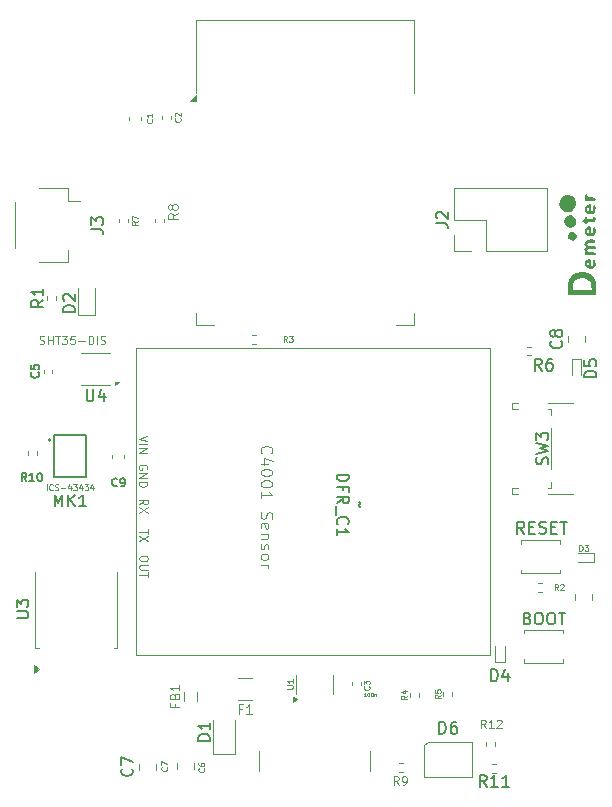
<source format=gbr>
%TF.GenerationSoftware,KiCad,Pcbnew,9.0.4*%
%TF.CreationDate,2025-09-29T13:15:34+05:30*%
%TF.ProjectId,ESP32_Project_1,45535033-325f-4507-926f-6a6563745f31,rev?*%
%TF.SameCoordinates,Original*%
%TF.FileFunction,Legend,Top*%
%TF.FilePolarity,Positive*%
%FSLAX46Y46*%
G04 Gerber Fmt 4.6, Leading zero omitted, Abs format (unit mm)*
G04 Created by KiCad (PCBNEW 9.0.4) date 2025-09-29 13:15:34*
%MOMM*%
%LPD*%
G01*
G04 APERTURE LIST*
%ADD10C,0.100000*%
%ADD11C,0.150000*%
%ADD12C,0.050000*%
%ADD13C,0.062500*%
%ADD14C,0.087500*%
%ADD15C,0.060000*%
%ADD16C,0.120000*%
%ADD17C,0.127000*%
%ADD18C,0.200000*%
%ADD19C,0.000000*%
G04 APERTURE END LIST*
D10*
X201322819Y-90675312D02*
X201275200Y-90627693D01*
X201275200Y-90627693D02*
X201227580Y-90484836D01*
X201227580Y-90484836D02*
X201227580Y-90389598D01*
X201227580Y-90389598D02*
X201275200Y-90246741D01*
X201275200Y-90246741D02*
X201370438Y-90151503D01*
X201370438Y-90151503D02*
X201465676Y-90103884D01*
X201465676Y-90103884D02*
X201656152Y-90056265D01*
X201656152Y-90056265D02*
X201799009Y-90056265D01*
X201799009Y-90056265D02*
X201989485Y-90103884D01*
X201989485Y-90103884D02*
X202084723Y-90151503D01*
X202084723Y-90151503D02*
X202179961Y-90246741D01*
X202179961Y-90246741D02*
X202227580Y-90389598D01*
X202227580Y-90389598D02*
X202227580Y-90484836D01*
X202227580Y-90484836D02*
X202179961Y-90627693D01*
X202179961Y-90627693D02*
X202132342Y-90675312D01*
X201894247Y-91532455D02*
X201227580Y-91532455D01*
X202275200Y-91294360D02*
X201560914Y-91056265D01*
X201560914Y-91056265D02*
X201560914Y-91675312D01*
X202227580Y-92246741D02*
X202227580Y-92341979D01*
X202227580Y-92341979D02*
X202179961Y-92437217D01*
X202179961Y-92437217D02*
X202132342Y-92484836D01*
X202132342Y-92484836D02*
X202037104Y-92532455D01*
X202037104Y-92532455D02*
X201846628Y-92580074D01*
X201846628Y-92580074D02*
X201608533Y-92580074D01*
X201608533Y-92580074D02*
X201418057Y-92532455D01*
X201418057Y-92532455D02*
X201322819Y-92484836D01*
X201322819Y-92484836D02*
X201275200Y-92437217D01*
X201275200Y-92437217D02*
X201227580Y-92341979D01*
X201227580Y-92341979D02*
X201227580Y-92246741D01*
X201227580Y-92246741D02*
X201275200Y-92151503D01*
X201275200Y-92151503D02*
X201322819Y-92103884D01*
X201322819Y-92103884D02*
X201418057Y-92056265D01*
X201418057Y-92056265D02*
X201608533Y-92008646D01*
X201608533Y-92008646D02*
X201846628Y-92008646D01*
X201846628Y-92008646D02*
X202037104Y-92056265D01*
X202037104Y-92056265D02*
X202132342Y-92103884D01*
X202132342Y-92103884D02*
X202179961Y-92151503D01*
X202179961Y-92151503D02*
X202227580Y-92246741D01*
X202227580Y-93199122D02*
X202227580Y-93294360D01*
X202227580Y-93294360D02*
X202179961Y-93389598D01*
X202179961Y-93389598D02*
X202132342Y-93437217D01*
X202132342Y-93437217D02*
X202037104Y-93484836D01*
X202037104Y-93484836D02*
X201846628Y-93532455D01*
X201846628Y-93532455D02*
X201608533Y-93532455D01*
X201608533Y-93532455D02*
X201418057Y-93484836D01*
X201418057Y-93484836D02*
X201322819Y-93437217D01*
X201322819Y-93437217D02*
X201275200Y-93389598D01*
X201275200Y-93389598D02*
X201227580Y-93294360D01*
X201227580Y-93294360D02*
X201227580Y-93199122D01*
X201227580Y-93199122D02*
X201275200Y-93103884D01*
X201275200Y-93103884D02*
X201322819Y-93056265D01*
X201322819Y-93056265D02*
X201418057Y-93008646D01*
X201418057Y-93008646D02*
X201608533Y-92961027D01*
X201608533Y-92961027D02*
X201846628Y-92961027D01*
X201846628Y-92961027D02*
X202037104Y-93008646D01*
X202037104Y-93008646D02*
X202132342Y-93056265D01*
X202132342Y-93056265D02*
X202179961Y-93103884D01*
X202179961Y-93103884D02*
X202227580Y-93199122D01*
X201227580Y-94484836D02*
X201227580Y-93913408D01*
X201227580Y-94199122D02*
X202227580Y-94199122D01*
X202227580Y-94199122D02*
X202084723Y-94103884D01*
X202084723Y-94103884D02*
X201989485Y-94008646D01*
X201989485Y-94008646D02*
X201941866Y-93913408D01*
X201275200Y-95627694D02*
X201227580Y-95770551D01*
X201227580Y-95770551D02*
X201227580Y-96008646D01*
X201227580Y-96008646D02*
X201275200Y-96103884D01*
X201275200Y-96103884D02*
X201322819Y-96151503D01*
X201322819Y-96151503D02*
X201418057Y-96199122D01*
X201418057Y-96199122D02*
X201513295Y-96199122D01*
X201513295Y-96199122D02*
X201608533Y-96151503D01*
X201608533Y-96151503D02*
X201656152Y-96103884D01*
X201656152Y-96103884D02*
X201703771Y-96008646D01*
X201703771Y-96008646D02*
X201751390Y-95818170D01*
X201751390Y-95818170D02*
X201799009Y-95722932D01*
X201799009Y-95722932D02*
X201846628Y-95675313D01*
X201846628Y-95675313D02*
X201941866Y-95627694D01*
X201941866Y-95627694D02*
X202037104Y-95627694D01*
X202037104Y-95627694D02*
X202132342Y-95675313D01*
X202132342Y-95675313D02*
X202179961Y-95722932D01*
X202179961Y-95722932D02*
X202227580Y-95818170D01*
X202227580Y-95818170D02*
X202227580Y-96056265D01*
X202227580Y-96056265D02*
X202179961Y-96199122D01*
X201275200Y-97008646D02*
X201227580Y-96913408D01*
X201227580Y-96913408D02*
X201227580Y-96722932D01*
X201227580Y-96722932D02*
X201275200Y-96627694D01*
X201275200Y-96627694D02*
X201370438Y-96580075D01*
X201370438Y-96580075D02*
X201751390Y-96580075D01*
X201751390Y-96580075D02*
X201846628Y-96627694D01*
X201846628Y-96627694D02*
X201894247Y-96722932D01*
X201894247Y-96722932D02*
X201894247Y-96913408D01*
X201894247Y-96913408D02*
X201846628Y-97008646D01*
X201846628Y-97008646D02*
X201751390Y-97056265D01*
X201751390Y-97056265D02*
X201656152Y-97056265D01*
X201656152Y-97056265D02*
X201560914Y-96580075D01*
X201894247Y-97484837D02*
X201227580Y-97484837D01*
X201799009Y-97484837D02*
X201846628Y-97532456D01*
X201846628Y-97532456D02*
X201894247Y-97627694D01*
X201894247Y-97627694D02*
X201894247Y-97770551D01*
X201894247Y-97770551D02*
X201846628Y-97865789D01*
X201846628Y-97865789D02*
X201751390Y-97913408D01*
X201751390Y-97913408D02*
X201227580Y-97913408D01*
X201275200Y-98341980D02*
X201227580Y-98437218D01*
X201227580Y-98437218D02*
X201227580Y-98627694D01*
X201227580Y-98627694D02*
X201275200Y-98722932D01*
X201275200Y-98722932D02*
X201370438Y-98770551D01*
X201370438Y-98770551D02*
X201418057Y-98770551D01*
X201418057Y-98770551D02*
X201513295Y-98722932D01*
X201513295Y-98722932D02*
X201560914Y-98627694D01*
X201560914Y-98627694D02*
X201560914Y-98484837D01*
X201560914Y-98484837D02*
X201608533Y-98389599D01*
X201608533Y-98389599D02*
X201703771Y-98341980D01*
X201703771Y-98341980D02*
X201751390Y-98341980D01*
X201751390Y-98341980D02*
X201846628Y-98389599D01*
X201846628Y-98389599D02*
X201894247Y-98484837D01*
X201894247Y-98484837D02*
X201894247Y-98627694D01*
X201894247Y-98627694D02*
X201846628Y-98722932D01*
X201227580Y-99341980D02*
X201275200Y-99246742D01*
X201275200Y-99246742D02*
X201322819Y-99199123D01*
X201322819Y-99199123D02*
X201418057Y-99151504D01*
X201418057Y-99151504D02*
X201703771Y-99151504D01*
X201703771Y-99151504D02*
X201799009Y-99199123D01*
X201799009Y-99199123D02*
X201846628Y-99246742D01*
X201846628Y-99246742D02*
X201894247Y-99341980D01*
X201894247Y-99341980D02*
X201894247Y-99484837D01*
X201894247Y-99484837D02*
X201846628Y-99580075D01*
X201846628Y-99580075D02*
X201799009Y-99627694D01*
X201799009Y-99627694D02*
X201703771Y-99675313D01*
X201703771Y-99675313D02*
X201418057Y-99675313D01*
X201418057Y-99675313D02*
X201322819Y-99627694D01*
X201322819Y-99627694D02*
X201275200Y-99580075D01*
X201275200Y-99580075D02*
X201227580Y-99484837D01*
X201227580Y-99484837D02*
X201227580Y-99341980D01*
X201227580Y-100103885D02*
X201894247Y-100103885D01*
X201703771Y-100103885D02*
X201799009Y-100151504D01*
X201799009Y-100151504D02*
X201846628Y-100199123D01*
X201846628Y-100199123D02*
X201894247Y-100294361D01*
X201894247Y-100294361D02*
X201894247Y-100389599D01*
X228210952Y-98926109D02*
X228210952Y-98426109D01*
X228210952Y-98426109D02*
X228330000Y-98426109D01*
X228330000Y-98426109D02*
X228401428Y-98449919D01*
X228401428Y-98449919D02*
X228449047Y-98497538D01*
X228449047Y-98497538D02*
X228472857Y-98545157D01*
X228472857Y-98545157D02*
X228496666Y-98640395D01*
X228496666Y-98640395D02*
X228496666Y-98711823D01*
X228496666Y-98711823D02*
X228472857Y-98807061D01*
X228472857Y-98807061D02*
X228449047Y-98854680D01*
X228449047Y-98854680D02*
X228401428Y-98902300D01*
X228401428Y-98902300D02*
X228330000Y-98926109D01*
X228330000Y-98926109D02*
X228210952Y-98926109D01*
X228663333Y-98426109D02*
X228972857Y-98426109D01*
X228972857Y-98426109D02*
X228806190Y-98616585D01*
X228806190Y-98616585D02*
X228877619Y-98616585D01*
X228877619Y-98616585D02*
X228925238Y-98640395D01*
X228925238Y-98640395D02*
X228949047Y-98664204D01*
X228949047Y-98664204D02*
X228972857Y-98711823D01*
X228972857Y-98711823D02*
X228972857Y-98830871D01*
X228972857Y-98830871D02*
X228949047Y-98878490D01*
X228949047Y-98878490D02*
X228925238Y-98902300D01*
X228925238Y-98902300D02*
X228877619Y-98926109D01*
X228877619Y-98926109D02*
X228734762Y-98926109D01*
X228734762Y-98926109D02*
X228687143Y-98902300D01*
X228687143Y-98902300D02*
X228663333Y-98878490D01*
D11*
X181399999Y-93016033D02*
X181166666Y-92682700D01*
X180999999Y-93016033D02*
X180999999Y-92316033D01*
X180999999Y-92316033D02*
X181266666Y-92316033D01*
X181266666Y-92316033D02*
X181333333Y-92349366D01*
X181333333Y-92349366D02*
X181366666Y-92382700D01*
X181366666Y-92382700D02*
X181399999Y-92449366D01*
X181399999Y-92449366D02*
X181399999Y-92549366D01*
X181399999Y-92549366D02*
X181366666Y-92616033D01*
X181366666Y-92616033D02*
X181333333Y-92649366D01*
X181333333Y-92649366D02*
X181266666Y-92682700D01*
X181266666Y-92682700D02*
X180999999Y-92682700D01*
X182066666Y-93016033D02*
X181666666Y-93016033D01*
X181866666Y-93016033D02*
X181866666Y-92316033D01*
X181866666Y-92316033D02*
X181799999Y-92416033D01*
X181799999Y-92416033D02*
X181733333Y-92482700D01*
X181733333Y-92482700D02*
X181666666Y-92516033D01*
X182500000Y-92316033D02*
X182566666Y-92316033D01*
X182566666Y-92316033D02*
X182633333Y-92349366D01*
X182633333Y-92349366D02*
X182666666Y-92382700D01*
X182666666Y-92382700D02*
X182700000Y-92449366D01*
X182700000Y-92449366D02*
X182733333Y-92582700D01*
X182733333Y-92582700D02*
X182733333Y-92749366D01*
X182733333Y-92749366D02*
X182700000Y-92882700D01*
X182700000Y-92882700D02*
X182666666Y-92949366D01*
X182666666Y-92949366D02*
X182633333Y-92982700D01*
X182633333Y-92982700D02*
X182566666Y-93016033D01*
X182566666Y-93016033D02*
X182500000Y-93016033D01*
X182500000Y-93016033D02*
X182433333Y-92982700D01*
X182433333Y-92982700D02*
X182400000Y-92949366D01*
X182400000Y-92949366D02*
X182366666Y-92882700D01*
X182366666Y-92882700D02*
X182333333Y-92749366D01*
X182333333Y-92749366D02*
X182333333Y-92582700D01*
X182333333Y-92582700D02*
X182366666Y-92449366D01*
X182366666Y-92449366D02*
X182400000Y-92382700D01*
X182400000Y-92382700D02*
X182433333Y-92349366D01*
X182433333Y-92349366D02*
X182500000Y-92316033D01*
X220761905Y-109954819D02*
X220761905Y-108954819D01*
X220761905Y-108954819D02*
X221000000Y-108954819D01*
X221000000Y-108954819D02*
X221142857Y-109002438D01*
X221142857Y-109002438D02*
X221238095Y-109097676D01*
X221238095Y-109097676D02*
X221285714Y-109192914D01*
X221285714Y-109192914D02*
X221333333Y-109383390D01*
X221333333Y-109383390D02*
X221333333Y-109526247D01*
X221333333Y-109526247D02*
X221285714Y-109716723D01*
X221285714Y-109716723D02*
X221238095Y-109811961D01*
X221238095Y-109811961D02*
X221142857Y-109907200D01*
X221142857Y-109907200D02*
X221000000Y-109954819D01*
X221000000Y-109954819D02*
X220761905Y-109954819D01*
X222190476Y-109288152D02*
X222190476Y-109954819D01*
X221952381Y-108907200D02*
X221714286Y-109621485D01*
X221714286Y-109621485D02*
X222333333Y-109621485D01*
D12*
X203478709Y-110580952D02*
X203883471Y-110580952D01*
X203883471Y-110580952D02*
X203931090Y-110557142D01*
X203931090Y-110557142D02*
X203954900Y-110533333D01*
X203954900Y-110533333D02*
X203978709Y-110485714D01*
X203978709Y-110485714D02*
X203978709Y-110390476D01*
X203978709Y-110390476D02*
X203954900Y-110342857D01*
X203954900Y-110342857D02*
X203931090Y-110319047D01*
X203931090Y-110319047D02*
X203883471Y-110295238D01*
X203883471Y-110295238D02*
X203478709Y-110295238D01*
X203978709Y-109795237D02*
X203978709Y-110080951D01*
X203978709Y-109938094D02*
X203478709Y-109938094D01*
X203478709Y-109938094D02*
X203550138Y-109985713D01*
X203550138Y-109985713D02*
X203597757Y-110033332D01*
X203597757Y-110033332D02*
X203621566Y-110080951D01*
D10*
X192028490Y-62383333D02*
X192052300Y-62407142D01*
X192052300Y-62407142D02*
X192076109Y-62478571D01*
X192076109Y-62478571D02*
X192076109Y-62526190D01*
X192076109Y-62526190D02*
X192052300Y-62597618D01*
X192052300Y-62597618D02*
X192004680Y-62645237D01*
X192004680Y-62645237D02*
X191957061Y-62669047D01*
X191957061Y-62669047D02*
X191861823Y-62692856D01*
X191861823Y-62692856D02*
X191790395Y-62692856D01*
X191790395Y-62692856D02*
X191695157Y-62669047D01*
X191695157Y-62669047D02*
X191647538Y-62645237D01*
X191647538Y-62645237D02*
X191599919Y-62597618D01*
X191599919Y-62597618D02*
X191576109Y-62526190D01*
X191576109Y-62526190D02*
X191576109Y-62478571D01*
X191576109Y-62478571D02*
X191599919Y-62407142D01*
X191599919Y-62407142D02*
X191623728Y-62383333D01*
X192076109Y-61907142D02*
X192076109Y-62192856D01*
X192076109Y-62049999D02*
X191576109Y-62049999D01*
X191576109Y-62049999D02*
X191647538Y-62097618D01*
X191647538Y-62097618D02*
X191695157Y-62145237D01*
X191695157Y-62145237D02*
X191718966Y-62192856D01*
D11*
X223547618Y-97454819D02*
X223214285Y-96978628D01*
X222976190Y-97454819D02*
X222976190Y-96454819D01*
X222976190Y-96454819D02*
X223357142Y-96454819D01*
X223357142Y-96454819D02*
X223452380Y-96502438D01*
X223452380Y-96502438D02*
X223499999Y-96550057D01*
X223499999Y-96550057D02*
X223547618Y-96645295D01*
X223547618Y-96645295D02*
X223547618Y-96788152D01*
X223547618Y-96788152D02*
X223499999Y-96883390D01*
X223499999Y-96883390D02*
X223452380Y-96931009D01*
X223452380Y-96931009D02*
X223357142Y-96978628D01*
X223357142Y-96978628D02*
X222976190Y-96978628D01*
X223976190Y-96931009D02*
X224309523Y-96931009D01*
X224452380Y-97454819D02*
X223976190Y-97454819D01*
X223976190Y-97454819D02*
X223976190Y-96454819D01*
X223976190Y-96454819D02*
X224452380Y-96454819D01*
X224833333Y-97407200D02*
X224976190Y-97454819D01*
X224976190Y-97454819D02*
X225214285Y-97454819D01*
X225214285Y-97454819D02*
X225309523Y-97407200D01*
X225309523Y-97407200D02*
X225357142Y-97359580D01*
X225357142Y-97359580D02*
X225404761Y-97264342D01*
X225404761Y-97264342D02*
X225404761Y-97169104D01*
X225404761Y-97169104D02*
X225357142Y-97073866D01*
X225357142Y-97073866D02*
X225309523Y-97026247D01*
X225309523Y-97026247D02*
X225214285Y-96978628D01*
X225214285Y-96978628D02*
X225023809Y-96931009D01*
X225023809Y-96931009D02*
X224928571Y-96883390D01*
X224928571Y-96883390D02*
X224880952Y-96835771D01*
X224880952Y-96835771D02*
X224833333Y-96740533D01*
X224833333Y-96740533D02*
X224833333Y-96645295D01*
X224833333Y-96645295D02*
X224880952Y-96550057D01*
X224880952Y-96550057D02*
X224928571Y-96502438D01*
X224928571Y-96502438D02*
X225023809Y-96454819D01*
X225023809Y-96454819D02*
X225261904Y-96454819D01*
X225261904Y-96454819D02*
X225404761Y-96502438D01*
X225833333Y-96931009D02*
X226166666Y-96931009D01*
X226309523Y-97454819D02*
X225833333Y-97454819D01*
X225833333Y-97454819D02*
X225833333Y-96454819D01*
X225833333Y-96454819D02*
X226309523Y-96454819D01*
X226595238Y-96454819D02*
X227166666Y-96454819D01*
X226880952Y-97454819D02*
X226880952Y-96454819D01*
X223842857Y-104631009D02*
X223985714Y-104678628D01*
X223985714Y-104678628D02*
X224033333Y-104726247D01*
X224033333Y-104726247D02*
X224080952Y-104821485D01*
X224080952Y-104821485D02*
X224080952Y-104964342D01*
X224080952Y-104964342D02*
X224033333Y-105059580D01*
X224033333Y-105059580D02*
X223985714Y-105107200D01*
X223985714Y-105107200D02*
X223890476Y-105154819D01*
X223890476Y-105154819D02*
X223509524Y-105154819D01*
X223509524Y-105154819D02*
X223509524Y-104154819D01*
X223509524Y-104154819D02*
X223842857Y-104154819D01*
X223842857Y-104154819D02*
X223938095Y-104202438D01*
X223938095Y-104202438D02*
X223985714Y-104250057D01*
X223985714Y-104250057D02*
X224033333Y-104345295D01*
X224033333Y-104345295D02*
X224033333Y-104440533D01*
X224033333Y-104440533D02*
X223985714Y-104535771D01*
X223985714Y-104535771D02*
X223938095Y-104583390D01*
X223938095Y-104583390D02*
X223842857Y-104631009D01*
X223842857Y-104631009D02*
X223509524Y-104631009D01*
X224700000Y-104154819D02*
X224890476Y-104154819D01*
X224890476Y-104154819D02*
X224985714Y-104202438D01*
X224985714Y-104202438D02*
X225080952Y-104297676D01*
X225080952Y-104297676D02*
X225128571Y-104488152D01*
X225128571Y-104488152D02*
X225128571Y-104821485D01*
X225128571Y-104821485D02*
X225080952Y-105011961D01*
X225080952Y-105011961D02*
X224985714Y-105107200D01*
X224985714Y-105107200D02*
X224890476Y-105154819D01*
X224890476Y-105154819D02*
X224700000Y-105154819D01*
X224700000Y-105154819D02*
X224604762Y-105107200D01*
X224604762Y-105107200D02*
X224509524Y-105011961D01*
X224509524Y-105011961D02*
X224461905Y-104821485D01*
X224461905Y-104821485D02*
X224461905Y-104488152D01*
X224461905Y-104488152D02*
X224509524Y-104297676D01*
X224509524Y-104297676D02*
X224604762Y-104202438D01*
X224604762Y-104202438D02*
X224700000Y-104154819D01*
X225747619Y-104154819D02*
X225938095Y-104154819D01*
X225938095Y-104154819D02*
X226033333Y-104202438D01*
X226033333Y-104202438D02*
X226128571Y-104297676D01*
X226128571Y-104297676D02*
X226176190Y-104488152D01*
X226176190Y-104488152D02*
X226176190Y-104821485D01*
X226176190Y-104821485D02*
X226128571Y-105011961D01*
X226128571Y-105011961D02*
X226033333Y-105107200D01*
X226033333Y-105107200D02*
X225938095Y-105154819D01*
X225938095Y-105154819D02*
X225747619Y-105154819D01*
X225747619Y-105154819D02*
X225652381Y-105107200D01*
X225652381Y-105107200D02*
X225557143Y-105011961D01*
X225557143Y-105011961D02*
X225509524Y-104821485D01*
X225509524Y-104821485D02*
X225509524Y-104488152D01*
X225509524Y-104488152D02*
X225557143Y-104297676D01*
X225557143Y-104297676D02*
X225652381Y-104202438D01*
X225652381Y-104202438D02*
X225747619Y-104154819D01*
X226461905Y-104154819D02*
X227033333Y-104154819D01*
X226747619Y-105154819D02*
X226747619Y-104154819D01*
X225033333Y-83654819D02*
X224700000Y-83178628D01*
X224461905Y-83654819D02*
X224461905Y-82654819D01*
X224461905Y-82654819D02*
X224842857Y-82654819D01*
X224842857Y-82654819D02*
X224938095Y-82702438D01*
X224938095Y-82702438D02*
X224985714Y-82750057D01*
X224985714Y-82750057D02*
X225033333Y-82845295D01*
X225033333Y-82845295D02*
X225033333Y-82988152D01*
X225033333Y-82988152D02*
X224985714Y-83083390D01*
X224985714Y-83083390D02*
X224938095Y-83131009D01*
X224938095Y-83131009D02*
X224842857Y-83178628D01*
X224842857Y-83178628D02*
X224461905Y-83178628D01*
X225890476Y-82654819D02*
X225700000Y-82654819D01*
X225700000Y-82654819D02*
X225604762Y-82702438D01*
X225604762Y-82702438D02*
X225557143Y-82750057D01*
X225557143Y-82750057D02*
X225461905Y-82892914D01*
X225461905Y-82892914D02*
X225414286Y-83083390D01*
X225414286Y-83083390D02*
X225414286Y-83464342D01*
X225414286Y-83464342D02*
X225461905Y-83559580D01*
X225461905Y-83559580D02*
X225509524Y-83607200D01*
X225509524Y-83607200D02*
X225604762Y-83654819D01*
X225604762Y-83654819D02*
X225795238Y-83654819D01*
X225795238Y-83654819D02*
X225890476Y-83607200D01*
X225890476Y-83607200D02*
X225938095Y-83559580D01*
X225938095Y-83559580D02*
X225985714Y-83464342D01*
X225985714Y-83464342D02*
X225985714Y-83226247D01*
X225985714Y-83226247D02*
X225938095Y-83131009D01*
X225938095Y-83131009D02*
X225890476Y-83083390D01*
X225890476Y-83083390D02*
X225795238Y-83035771D01*
X225795238Y-83035771D02*
X225604762Y-83035771D01*
X225604762Y-83035771D02*
X225509524Y-83083390D01*
X225509524Y-83083390D02*
X225461905Y-83131009D01*
X225461905Y-83131009D02*
X225414286Y-83226247D01*
D13*
X213628059Y-111183333D02*
X213389964Y-111349999D01*
X213628059Y-111469047D02*
X213128059Y-111469047D01*
X213128059Y-111469047D02*
X213128059Y-111278571D01*
X213128059Y-111278571D02*
X213151869Y-111230952D01*
X213151869Y-111230952D02*
X213175678Y-111207142D01*
X213175678Y-111207142D02*
X213223297Y-111183333D01*
X213223297Y-111183333D02*
X213294726Y-111183333D01*
X213294726Y-111183333D02*
X213342345Y-111207142D01*
X213342345Y-111207142D02*
X213366154Y-111230952D01*
X213366154Y-111230952D02*
X213389964Y-111278571D01*
X213389964Y-111278571D02*
X213389964Y-111469047D01*
X213294726Y-110754761D02*
X213628059Y-110754761D01*
X213104250Y-110873809D02*
X213461392Y-110992856D01*
X213461392Y-110992856D02*
X213461392Y-110683333D01*
D10*
X190826109Y-71033333D02*
X190588014Y-71199999D01*
X190826109Y-71319047D02*
X190326109Y-71319047D01*
X190326109Y-71319047D02*
X190326109Y-71128571D01*
X190326109Y-71128571D02*
X190349919Y-71080952D01*
X190349919Y-71080952D02*
X190373728Y-71057142D01*
X190373728Y-71057142D02*
X190421347Y-71033333D01*
X190421347Y-71033333D02*
X190492776Y-71033333D01*
X190492776Y-71033333D02*
X190540395Y-71057142D01*
X190540395Y-71057142D02*
X190564204Y-71080952D01*
X190564204Y-71080952D02*
X190588014Y-71128571D01*
X190588014Y-71128571D02*
X190588014Y-71319047D01*
X190326109Y-70866666D02*
X190326109Y-70533333D01*
X190326109Y-70533333D02*
X190826109Y-70747618D01*
D13*
X216478059Y-111133333D02*
X216239964Y-111299999D01*
X216478059Y-111419047D02*
X215978059Y-111419047D01*
X215978059Y-111419047D02*
X215978059Y-111228571D01*
X215978059Y-111228571D02*
X216001869Y-111180952D01*
X216001869Y-111180952D02*
X216025678Y-111157142D01*
X216025678Y-111157142D02*
X216073297Y-111133333D01*
X216073297Y-111133333D02*
X216144726Y-111133333D01*
X216144726Y-111133333D02*
X216192345Y-111157142D01*
X216192345Y-111157142D02*
X216216154Y-111180952D01*
X216216154Y-111180952D02*
X216239964Y-111228571D01*
X216239964Y-111228571D02*
X216239964Y-111419047D01*
X215978059Y-110680952D02*
X215978059Y-110919047D01*
X215978059Y-110919047D02*
X216216154Y-110942856D01*
X216216154Y-110942856D02*
X216192345Y-110919047D01*
X216192345Y-110919047D02*
X216168535Y-110871428D01*
X216168535Y-110871428D02*
X216168535Y-110752380D01*
X216168535Y-110752380D02*
X216192345Y-110704761D01*
X216192345Y-110704761D02*
X216216154Y-110680952D01*
X216216154Y-110680952D02*
X216263773Y-110657142D01*
X216263773Y-110657142D02*
X216382821Y-110657142D01*
X216382821Y-110657142D02*
X216430440Y-110680952D01*
X216430440Y-110680952D02*
X216454250Y-110704761D01*
X216454250Y-110704761D02*
X216478059Y-110752380D01*
X216478059Y-110752380D02*
X216478059Y-110871428D01*
X216478059Y-110871428D02*
X216454250Y-110919047D01*
X216454250Y-110919047D02*
X216430440Y-110942856D01*
D11*
X229654819Y-84238094D02*
X228654819Y-84238094D01*
X228654819Y-84238094D02*
X228654819Y-83999999D01*
X228654819Y-83999999D02*
X228702438Y-83857142D01*
X228702438Y-83857142D02*
X228797676Y-83761904D01*
X228797676Y-83761904D02*
X228892914Y-83714285D01*
X228892914Y-83714285D02*
X229083390Y-83666666D01*
X229083390Y-83666666D02*
X229226247Y-83666666D01*
X229226247Y-83666666D02*
X229416723Y-83714285D01*
X229416723Y-83714285D02*
X229511961Y-83761904D01*
X229511961Y-83761904D02*
X229607200Y-83857142D01*
X229607200Y-83857142D02*
X229654819Y-83999999D01*
X229654819Y-83999999D02*
X229654819Y-84238094D01*
X228654819Y-82761904D02*
X228654819Y-83238094D01*
X228654819Y-83238094D02*
X229131009Y-83285713D01*
X229131009Y-83285713D02*
X229083390Y-83238094D01*
X229083390Y-83238094D02*
X229035771Y-83142856D01*
X229035771Y-83142856D02*
X229035771Y-82904761D01*
X229035771Y-82904761D02*
X229083390Y-82809523D01*
X229083390Y-82809523D02*
X229131009Y-82761904D01*
X229131009Y-82761904D02*
X229226247Y-82714285D01*
X229226247Y-82714285D02*
X229464342Y-82714285D01*
X229464342Y-82714285D02*
X229559580Y-82761904D01*
X229559580Y-82761904D02*
X229607200Y-82809523D01*
X229607200Y-82809523D02*
X229654819Y-82904761D01*
X229654819Y-82904761D02*
X229654819Y-83142856D01*
X229654819Y-83142856D02*
X229607200Y-83238094D01*
X229607200Y-83238094D02*
X229559580Y-83285713D01*
X186904819Y-71683333D02*
X187619104Y-71683333D01*
X187619104Y-71683333D02*
X187761961Y-71730952D01*
X187761961Y-71730952D02*
X187857200Y-71826190D01*
X187857200Y-71826190D02*
X187904819Y-71969047D01*
X187904819Y-71969047D02*
X187904819Y-72064285D01*
X186904819Y-71302380D02*
X186904819Y-70683333D01*
X186904819Y-70683333D02*
X187285771Y-71016666D01*
X187285771Y-71016666D02*
X187285771Y-70873809D01*
X187285771Y-70873809D02*
X187333390Y-70778571D01*
X187333390Y-70778571D02*
X187381009Y-70730952D01*
X187381009Y-70730952D02*
X187476247Y-70683333D01*
X187476247Y-70683333D02*
X187714342Y-70683333D01*
X187714342Y-70683333D02*
X187809580Y-70730952D01*
X187809580Y-70730952D02*
X187857200Y-70778571D01*
X187857200Y-70778571D02*
X187904819Y-70873809D01*
X187904819Y-70873809D02*
X187904819Y-71159523D01*
X187904819Y-71159523D02*
X187857200Y-71254761D01*
X187857200Y-71254761D02*
X187809580Y-71302380D01*
X183790476Y-95154819D02*
X183790476Y-94154819D01*
X183790476Y-94154819D02*
X184123809Y-94869104D01*
X184123809Y-94869104D02*
X184457142Y-94154819D01*
X184457142Y-94154819D02*
X184457142Y-95154819D01*
X184933333Y-95154819D02*
X184933333Y-94154819D01*
X185504761Y-95154819D02*
X185076190Y-94583390D01*
X185504761Y-94154819D02*
X184933333Y-94726247D01*
X186457142Y-95154819D02*
X185885714Y-95154819D01*
X186171428Y-95154819D02*
X186171428Y-94154819D01*
X186171428Y-94154819D02*
X186076190Y-94297676D01*
X186076190Y-94297676D02*
X185980952Y-94392914D01*
X185980952Y-94392914D02*
X185885714Y-94440533D01*
D10*
X183111906Y-93776109D02*
X183111906Y-93276109D01*
X183635715Y-93728490D02*
X183611906Y-93752300D01*
X183611906Y-93752300D02*
X183540477Y-93776109D01*
X183540477Y-93776109D02*
X183492858Y-93776109D01*
X183492858Y-93776109D02*
X183421430Y-93752300D01*
X183421430Y-93752300D02*
X183373811Y-93704680D01*
X183373811Y-93704680D02*
X183350001Y-93657061D01*
X183350001Y-93657061D02*
X183326192Y-93561823D01*
X183326192Y-93561823D02*
X183326192Y-93490395D01*
X183326192Y-93490395D02*
X183350001Y-93395157D01*
X183350001Y-93395157D02*
X183373811Y-93347538D01*
X183373811Y-93347538D02*
X183421430Y-93299919D01*
X183421430Y-93299919D02*
X183492858Y-93276109D01*
X183492858Y-93276109D02*
X183540477Y-93276109D01*
X183540477Y-93276109D02*
X183611906Y-93299919D01*
X183611906Y-93299919D02*
X183635715Y-93323728D01*
X183826192Y-93752300D02*
X183897620Y-93776109D01*
X183897620Y-93776109D02*
X184016668Y-93776109D01*
X184016668Y-93776109D02*
X184064287Y-93752300D01*
X184064287Y-93752300D02*
X184088096Y-93728490D01*
X184088096Y-93728490D02*
X184111906Y-93680871D01*
X184111906Y-93680871D02*
X184111906Y-93633252D01*
X184111906Y-93633252D02*
X184088096Y-93585633D01*
X184088096Y-93585633D02*
X184064287Y-93561823D01*
X184064287Y-93561823D02*
X184016668Y-93538014D01*
X184016668Y-93538014D02*
X183921430Y-93514204D01*
X183921430Y-93514204D02*
X183873811Y-93490395D01*
X183873811Y-93490395D02*
X183850001Y-93466585D01*
X183850001Y-93466585D02*
X183826192Y-93418966D01*
X183826192Y-93418966D02*
X183826192Y-93371347D01*
X183826192Y-93371347D02*
X183850001Y-93323728D01*
X183850001Y-93323728D02*
X183873811Y-93299919D01*
X183873811Y-93299919D02*
X183921430Y-93276109D01*
X183921430Y-93276109D02*
X184040477Y-93276109D01*
X184040477Y-93276109D02*
X184111906Y-93299919D01*
X184326191Y-93585633D02*
X184707144Y-93585633D01*
X185159525Y-93442776D02*
X185159525Y-93776109D01*
X185040477Y-93252300D02*
X184921430Y-93609442D01*
X184921430Y-93609442D02*
X185230953Y-93609442D01*
X185373810Y-93276109D02*
X185683334Y-93276109D01*
X185683334Y-93276109D02*
X185516667Y-93466585D01*
X185516667Y-93466585D02*
X185588096Y-93466585D01*
X185588096Y-93466585D02*
X185635715Y-93490395D01*
X185635715Y-93490395D02*
X185659524Y-93514204D01*
X185659524Y-93514204D02*
X185683334Y-93561823D01*
X185683334Y-93561823D02*
X185683334Y-93680871D01*
X185683334Y-93680871D02*
X185659524Y-93728490D01*
X185659524Y-93728490D02*
X185635715Y-93752300D01*
X185635715Y-93752300D02*
X185588096Y-93776109D01*
X185588096Y-93776109D02*
X185445239Y-93776109D01*
X185445239Y-93776109D02*
X185397620Y-93752300D01*
X185397620Y-93752300D02*
X185373810Y-93728490D01*
X186111905Y-93442776D02*
X186111905Y-93776109D01*
X185992857Y-93252300D02*
X185873810Y-93609442D01*
X185873810Y-93609442D02*
X186183333Y-93609442D01*
X186326190Y-93276109D02*
X186635714Y-93276109D01*
X186635714Y-93276109D02*
X186469047Y-93466585D01*
X186469047Y-93466585D02*
X186540476Y-93466585D01*
X186540476Y-93466585D02*
X186588095Y-93490395D01*
X186588095Y-93490395D02*
X186611904Y-93514204D01*
X186611904Y-93514204D02*
X186635714Y-93561823D01*
X186635714Y-93561823D02*
X186635714Y-93680871D01*
X186635714Y-93680871D02*
X186611904Y-93728490D01*
X186611904Y-93728490D02*
X186588095Y-93752300D01*
X186588095Y-93752300D02*
X186540476Y-93776109D01*
X186540476Y-93776109D02*
X186397619Y-93776109D01*
X186397619Y-93776109D02*
X186350000Y-93752300D01*
X186350000Y-93752300D02*
X186326190Y-93728490D01*
X187064285Y-93442776D02*
X187064285Y-93776109D01*
X186945237Y-93252300D02*
X186826190Y-93609442D01*
X186826190Y-93609442D02*
X187135713Y-93609442D01*
D11*
X185504819Y-78688094D02*
X184504819Y-78688094D01*
X184504819Y-78688094D02*
X184504819Y-78449999D01*
X184504819Y-78449999D02*
X184552438Y-78307142D01*
X184552438Y-78307142D02*
X184647676Y-78211904D01*
X184647676Y-78211904D02*
X184742914Y-78164285D01*
X184742914Y-78164285D02*
X184933390Y-78116666D01*
X184933390Y-78116666D02*
X185076247Y-78116666D01*
X185076247Y-78116666D02*
X185266723Y-78164285D01*
X185266723Y-78164285D02*
X185361961Y-78211904D01*
X185361961Y-78211904D02*
X185457200Y-78307142D01*
X185457200Y-78307142D02*
X185504819Y-78449999D01*
X185504819Y-78449999D02*
X185504819Y-78688094D01*
X184600057Y-77735713D02*
X184552438Y-77688094D01*
X184552438Y-77688094D02*
X184504819Y-77592856D01*
X184504819Y-77592856D02*
X184504819Y-77354761D01*
X184504819Y-77354761D02*
X184552438Y-77259523D01*
X184552438Y-77259523D02*
X184600057Y-77211904D01*
X184600057Y-77211904D02*
X184695295Y-77164285D01*
X184695295Y-77164285D02*
X184790533Y-77164285D01*
X184790533Y-77164285D02*
X184933390Y-77211904D01*
X184933390Y-77211904D02*
X185504819Y-77783332D01*
X185504819Y-77783332D02*
X185504819Y-77164285D01*
X189083333Y-93399366D02*
X189050000Y-93432700D01*
X189050000Y-93432700D02*
X188950000Y-93466033D01*
X188950000Y-93466033D02*
X188883333Y-93466033D01*
X188883333Y-93466033D02*
X188783333Y-93432700D01*
X188783333Y-93432700D02*
X188716667Y-93366033D01*
X188716667Y-93366033D02*
X188683333Y-93299366D01*
X188683333Y-93299366D02*
X188650000Y-93166033D01*
X188650000Y-93166033D02*
X188650000Y-93066033D01*
X188650000Y-93066033D02*
X188683333Y-92932700D01*
X188683333Y-92932700D02*
X188716667Y-92866033D01*
X188716667Y-92866033D02*
X188783333Y-92799366D01*
X188783333Y-92799366D02*
X188883333Y-92766033D01*
X188883333Y-92766033D02*
X188950000Y-92766033D01*
X188950000Y-92766033D02*
X189050000Y-92799366D01*
X189050000Y-92799366D02*
X189083333Y-92832700D01*
X189416667Y-93466033D02*
X189550000Y-93466033D01*
X189550000Y-93466033D02*
X189616667Y-93432700D01*
X189616667Y-93432700D02*
X189650000Y-93399366D01*
X189650000Y-93399366D02*
X189716667Y-93299366D01*
X189716667Y-93299366D02*
X189750000Y-93166033D01*
X189750000Y-93166033D02*
X189750000Y-92899366D01*
X189750000Y-92899366D02*
X189716667Y-92832700D01*
X189716667Y-92832700D02*
X189683333Y-92799366D01*
X189683333Y-92799366D02*
X189616667Y-92766033D01*
X189616667Y-92766033D02*
X189483333Y-92766033D01*
X189483333Y-92766033D02*
X189416667Y-92799366D01*
X189416667Y-92799366D02*
X189383333Y-92832700D01*
X189383333Y-92832700D02*
X189350000Y-92899366D01*
X189350000Y-92899366D02*
X189350000Y-93066033D01*
X189350000Y-93066033D02*
X189383333Y-93132700D01*
X189383333Y-93132700D02*
X189416667Y-93166033D01*
X189416667Y-93166033D02*
X189483333Y-93199366D01*
X189483333Y-93199366D02*
X189616667Y-93199366D01*
X189616667Y-93199366D02*
X189683333Y-93166033D01*
X189683333Y-93166033D02*
X189716667Y-93132700D01*
X189716667Y-93132700D02*
X189750000Y-93066033D01*
X216361905Y-114404819D02*
X216361905Y-113404819D01*
X216361905Y-113404819D02*
X216600000Y-113404819D01*
X216600000Y-113404819D02*
X216742857Y-113452438D01*
X216742857Y-113452438D02*
X216838095Y-113547676D01*
X216838095Y-113547676D02*
X216885714Y-113642914D01*
X216885714Y-113642914D02*
X216933333Y-113833390D01*
X216933333Y-113833390D02*
X216933333Y-113976247D01*
X216933333Y-113976247D02*
X216885714Y-114166723D01*
X216885714Y-114166723D02*
X216838095Y-114261961D01*
X216838095Y-114261961D02*
X216742857Y-114357200D01*
X216742857Y-114357200D02*
X216600000Y-114404819D01*
X216600000Y-114404819D02*
X216361905Y-114404819D01*
X217790476Y-113404819D02*
X217600000Y-113404819D01*
X217600000Y-113404819D02*
X217504762Y-113452438D01*
X217504762Y-113452438D02*
X217457143Y-113500057D01*
X217457143Y-113500057D02*
X217361905Y-113642914D01*
X217361905Y-113642914D02*
X217314286Y-113833390D01*
X217314286Y-113833390D02*
X217314286Y-114214342D01*
X217314286Y-114214342D02*
X217361905Y-114309580D01*
X217361905Y-114309580D02*
X217409524Y-114357200D01*
X217409524Y-114357200D02*
X217504762Y-114404819D01*
X217504762Y-114404819D02*
X217695238Y-114404819D01*
X217695238Y-114404819D02*
X217790476Y-114357200D01*
X217790476Y-114357200D02*
X217838095Y-114309580D01*
X217838095Y-114309580D02*
X217885714Y-114214342D01*
X217885714Y-114214342D02*
X217885714Y-113976247D01*
X217885714Y-113976247D02*
X217838095Y-113881009D01*
X217838095Y-113881009D02*
X217790476Y-113833390D01*
X217790476Y-113833390D02*
X217695238Y-113785771D01*
X217695238Y-113785771D02*
X217504762Y-113785771D01*
X217504762Y-113785771D02*
X217409524Y-113833390D01*
X217409524Y-113833390D02*
X217361905Y-113881009D01*
X217361905Y-113881009D02*
X217314286Y-113976247D01*
D10*
X220299999Y-113918633D02*
X220066666Y-113585300D01*
X219899999Y-113918633D02*
X219899999Y-113218633D01*
X219899999Y-113218633D02*
X220166666Y-113218633D01*
X220166666Y-113218633D02*
X220233333Y-113251966D01*
X220233333Y-113251966D02*
X220266666Y-113285300D01*
X220266666Y-113285300D02*
X220299999Y-113351966D01*
X220299999Y-113351966D02*
X220299999Y-113451966D01*
X220299999Y-113451966D02*
X220266666Y-113518633D01*
X220266666Y-113518633D02*
X220233333Y-113551966D01*
X220233333Y-113551966D02*
X220166666Y-113585300D01*
X220166666Y-113585300D02*
X219899999Y-113585300D01*
X220966666Y-113918633D02*
X220566666Y-113918633D01*
X220766666Y-113918633D02*
X220766666Y-113218633D01*
X220766666Y-113218633D02*
X220699999Y-113318633D01*
X220699999Y-113318633D02*
X220633333Y-113385300D01*
X220633333Y-113385300D02*
X220566666Y-113418633D01*
X221233333Y-113285300D02*
X221266666Y-113251966D01*
X221266666Y-113251966D02*
X221333333Y-113218633D01*
X221333333Y-113218633D02*
X221500000Y-113218633D01*
X221500000Y-113218633D02*
X221566666Y-113251966D01*
X221566666Y-113251966D02*
X221600000Y-113285300D01*
X221600000Y-113285300D02*
X221633333Y-113351966D01*
X221633333Y-113351966D02*
X221633333Y-113418633D01*
X221633333Y-113418633D02*
X221600000Y-113518633D01*
X221600000Y-113518633D02*
X221200000Y-113918633D01*
X221200000Y-113918633D02*
X221633333Y-113918633D01*
D14*
X212933333Y-118719283D02*
X212700000Y-118385950D01*
X212533333Y-118719283D02*
X212533333Y-118019283D01*
X212533333Y-118019283D02*
X212800000Y-118019283D01*
X212800000Y-118019283D02*
X212866667Y-118052616D01*
X212866667Y-118052616D02*
X212900000Y-118085950D01*
X212900000Y-118085950D02*
X212933333Y-118152616D01*
X212933333Y-118152616D02*
X212933333Y-118252616D01*
X212933333Y-118252616D02*
X212900000Y-118319283D01*
X212900000Y-118319283D02*
X212866667Y-118352616D01*
X212866667Y-118352616D02*
X212800000Y-118385950D01*
X212800000Y-118385950D02*
X212533333Y-118385950D01*
X213266667Y-118719283D02*
X213400000Y-118719283D01*
X213400000Y-118719283D02*
X213466667Y-118685950D01*
X213466667Y-118685950D02*
X213500000Y-118652616D01*
X213500000Y-118652616D02*
X213566667Y-118552616D01*
X213566667Y-118552616D02*
X213600000Y-118419283D01*
X213600000Y-118419283D02*
X213600000Y-118152616D01*
X213600000Y-118152616D02*
X213566667Y-118085950D01*
X213566667Y-118085950D02*
X213533333Y-118052616D01*
X213533333Y-118052616D02*
X213466667Y-118019283D01*
X213466667Y-118019283D02*
X213333333Y-118019283D01*
X213333333Y-118019283D02*
X213266667Y-118052616D01*
X213266667Y-118052616D02*
X213233333Y-118085950D01*
X213233333Y-118085950D02*
X213200000Y-118152616D01*
X213200000Y-118152616D02*
X213200000Y-118319283D01*
X213200000Y-118319283D02*
X213233333Y-118385950D01*
X213233333Y-118385950D02*
X213266667Y-118419283D01*
X213266667Y-118419283D02*
X213333333Y-118452616D01*
X213333333Y-118452616D02*
X213466667Y-118452616D01*
X213466667Y-118452616D02*
X213533333Y-118419283D01*
X213533333Y-118419283D02*
X213566667Y-118385950D01*
X213566667Y-118385950D02*
X213600000Y-118319283D01*
D11*
X196954819Y-114988094D02*
X195954819Y-114988094D01*
X195954819Y-114988094D02*
X195954819Y-114749999D01*
X195954819Y-114749999D02*
X196002438Y-114607142D01*
X196002438Y-114607142D02*
X196097676Y-114511904D01*
X196097676Y-114511904D02*
X196192914Y-114464285D01*
X196192914Y-114464285D02*
X196383390Y-114416666D01*
X196383390Y-114416666D02*
X196526247Y-114416666D01*
X196526247Y-114416666D02*
X196716723Y-114464285D01*
X196716723Y-114464285D02*
X196811961Y-114511904D01*
X196811961Y-114511904D02*
X196907200Y-114607142D01*
X196907200Y-114607142D02*
X196954819Y-114749999D01*
X196954819Y-114749999D02*
X196954819Y-114988094D01*
X196954819Y-113464285D02*
X196954819Y-114035713D01*
X196954819Y-113749999D02*
X195954819Y-113749999D01*
X195954819Y-113749999D02*
X196097676Y-113845237D01*
X196097676Y-113845237D02*
X196192914Y-113940475D01*
X196192914Y-113940475D02*
X196240533Y-114035713D01*
X225527200Y-91583332D02*
X225574819Y-91440475D01*
X225574819Y-91440475D02*
X225574819Y-91202380D01*
X225574819Y-91202380D02*
X225527200Y-91107142D01*
X225527200Y-91107142D02*
X225479580Y-91059523D01*
X225479580Y-91059523D02*
X225384342Y-91011904D01*
X225384342Y-91011904D02*
X225289104Y-91011904D01*
X225289104Y-91011904D02*
X225193866Y-91059523D01*
X225193866Y-91059523D02*
X225146247Y-91107142D01*
X225146247Y-91107142D02*
X225098628Y-91202380D01*
X225098628Y-91202380D02*
X225051009Y-91392856D01*
X225051009Y-91392856D02*
X225003390Y-91488094D01*
X225003390Y-91488094D02*
X224955771Y-91535713D01*
X224955771Y-91535713D02*
X224860533Y-91583332D01*
X224860533Y-91583332D02*
X224765295Y-91583332D01*
X224765295Y-91583332D02*
X224670057Y-91535713D01*
X224670057Y-91535713D02*
X224622438Y-91488094D01*
X224622438Y-91488094D02*
X224574819Y-91392856D01*
X224574819Y-91392856D02*
X224574819Y-91154761D01*
X224574819Y-91154761D02*
X224622438Y-91011904D01*
X224574819Y-90678570D02*
X225574819Y-90440475D01*
X225574819Y-90440475D02*
X224860533Y-90249999D01*
X224860533Y-90249999D02*
X225574819Y-90059523D01*
X225574819Y-90059523D02*
X224574819Y-89821428D01*
X224574819Y-89535713D02*
X224574819Y-88916666D01*
X224574819Y-88916666D02*
X224955771Y-89249999D01*
X224955771Y-89249999D02*
X224955771Y-89107142D01*
X224955771Y-89107142D02*
X225003390Y-89011904D01*
X225003390Y-89011904D02*
X225051009Y-88964285D01*
X225051009Y-88964285D02*
X225146247Y-88916666D01*
X225146247Y-88916666D02*
X225384342Y-88916666D01*
X225384342Y-88916666D02*
X225479580Y-88964285D01*
X225479580Y-88964285D02*
X225527200Y-89011904D01*
X225527200Y-89011904D02*
X225574819Y-89107142D01*
X225574819Y-89107142D02*
X225574819Y-89392856D01*
X225574819Y-89392856D02*
X225527200Y-89488094D01*
X225527200Y-89488094D02*
X225479580Y-89535713D01*
D10*
X199633333Y-112295847D02*
X199366667Y-112295847D01*
X199366667Y-112714895D02*
X199366667Y-111914895D01*
X199366667Y-111914895D02*
X199747619Y-111914895D01*
X200471428Y-112714895D02*
X200014285Y-112714895D01*
X200242857Y-112714895D02*
X200242857Y-111914895D01*
X200242857Y-111914895D02*
X200166666Y-112029180D01*
X200166666Y-112029180D02*
X200090476Y-112105371D01*
X200090476Y-112105371D02*
X200014285Y-112143466D01*
D11*
X186513095Y-85254819D02*
X186513095Y-86064342D01*
X186513095Y-86064342D02*
X186560714Y-86159580D01*
X186560714Y-86159580D02*
X186608333Y-86207200D01*
X186608333Y-86207200D02*
X186703571Y-86254819D01*
X186703571Y-86254819D02*
X186894047Y-86254819D01*
X186894047Y-86254819D02*
X186989285Y-86207200D01*
X186989285Y-86207200D02*
X187036904Y-86159580D01*
X187036904Y-86159580D02*
X187084523Y-86064342D01*
X187084523Y-86064342D02*
X187084523Y-85254819D01*
X187989285Y-85588152D02*
X187989285Y-86254819D01*
X187751190Y-85207200D02*
X187513095Y-85921485D01*
X187513095Y-85921485D02*
X188132142Y-85921485D01*
D10*
X182516666Y-81385300D02*
X182616666Y-81418633D01*
X182616666Y-81418633D02*
X182783333Y-81418633D01*
X182783333Y-81418633D02*
X182849999Y-81385300D01*
X182849999Y-81385300D02*
X182883333Y-81351966D01*
X182883333Y-81351966D02*
X182916666Y-81285300D01*
X182916666Y-81285300D02*
X182916666Y-81218633D01*
X182916666Y-81218633D02*
X182883333Y-81151966D01*
X182883333Y-81151966D02*
X182849999Y-81118633D01*
X182849999Y-81118633D02*
X182783333Y-81085300D01*
X182783333Y-81085300D02*
X182649999Y-81051966D01*
X182649999Y-81051966D02*
X182583333Y-81018633D01*
X182583333Y-81018633D02*
X182549999Y-80985300D01*
X182549999Y-80985300D02*
X182516666Y-80918633D01*
X182516666Y-80918633D02*
X182516666Y-80851966D01*
X182516666Y-80851966D02*
X182549999Y-80785300D01*
X182549999Y-80785300D02*
X182583333Y-80751966D01*
X182583333Y-80751966D02*
X182649999Y-80718633D01*
X182649999Y-80718633D02*
X182816666Y-80718633D01*
X182816666Y-80718633D02*
X182916666Y-80751966D01*
X183216666Y-81418633D02*
X183216666Y-80718633D01*
X183216666Y-81051966D02*
X183616666Y-81051966D01*
X183616666Y-81418633D02*
X183616666Y-80718633D01*
X183849999Y-80718633D02*
X184249999Y-80718633D01*
X184049999Y-81418633D02*
X184049999Y-80718633D01*
X184416666Y-80718633D02*
X184849999Y-80718633D01*
X184849999Y-80718633D02*
X184616666Y-80985300D01*
X184616666Y-80985300D02*
X184716666Y-80985300D01*
X184716666Y-80985300D02*
X184783332Y-81018633D01*
X184783332Y-81018633D02*
X184816666Y-81051966D01*
X184816666Y-81051966D02*
X184849999Y-81118633D01*
X184849999Y-81118633D02*
X184849999Y-81285300D01*
X184849999Y-81285300D02*
X184816666Y-81351966D01*
X184816666Y-81351966D02*
X184783332Y-81385300D01*
X184783332Y-81385300D02*
X184716666Y-81418633D01*
X184716666Y-81418633D02*
X184516666Y-81418633D01*
X184516666Y-81418633D02*
X184449999Y-81385300D01*
X184449999Y-81385300D02*
X184416666Y-81351966D01*
X185483333Y-80718633D02*
X185149999Y-80718633D01*
X185149999Y-80718633D02*
X185116666Y-81051966D01*
X185116666Y-81051966D02*
X185149999Y-81018633D01*
X185149999Y-81018633D02*
X185216666Y-80985300D01*
X185216666Y-80985300D02*
X185383333Y-80985300D01*
X185383333Y-80985300D02*
X185449999Y-81018633D01*
X185449999Y-81018633D02*
X185483333Y-81051966D01*
X185483333Y-81051966D02*
X185516666Y-81118633D01*
X185516666Y-81118633D02*
X185516666Y-81285300D01*
X185516666Y-81285300D02*
X185483333Y-81351966D01*
X185483333Y-81351966D02*
X185449999Y-81385300D01*
X185449999Y-81385300D02*
X185383333Y-81418633D01*
X185383333Y-81418633D02*
X185216666Y-81418633D01*
X185216666Y-81418633D02*
X185149999Y-81385300D01*
X185149999Y-81385300D02*
X185116666Y-81351966D01*
X185816666Y-81151966D02*
X186350000Y-81151966D01*
X186683333Y-81418633D02*
X186683333Y-80718633D01*
X186683333Y-80718633D02*
X186850000Y-80718633D01*
X186850000Y-80718633D02*
X186950000Y-80751966D01*
X186950000Y-80751966D02*
X187016667Y-80818633D01*
X187016667Y-80818633D02*
X187050000Y-80885300D01*
X187050000Y-80885300D02*
X187083333Y-81018633D01*
X187083333Y-81018633D02*
X187083333Y-81118633D01*
X187083333Y-81118633D02*
X187050000Y-81251966D01*
X187050000Y-81251966D02*
X187016667Y-81318633D01*
X187016667Y-81318633D02*
X186950000Y-81385300D01*
X186950000Y-81385300D02*
X186850000Y-81418633D01*
X186850000Y-81418633D02*
X186683333Y-81418633D01*
X187383333Y-81418633D02*
X187383333Y-80718633D01*
X187683333Y-81385300D02*
X187783333Y-81418633D01*
X187783333Y-81418633D02*
X187950000Y-81418633D01*
X187950000Y-81418633D02*
X188016666Y-81385300D01*
X188016666Y-81385300D02*
X188050000Y-81351966D01*
X188050000Y-81351966D02*
X188083333Y-81285300D01*
X188083333Y-81285300D02*
X188083333Y-81218633D01*
X188083333Y-81218633D02*
X188050000Y-81151966D01*
X188050000Y-81151966D02*
X188016666Y-81118633D01*
X188016666Y-81118633D02*
X187950000Y-81085300D01*
X187950000Y-81085300D02*
X187816666Y-81051966D01*
X187816666Y-81051966D02*
X187750000Y-81018633D01*
X187750000Y-81018633D02*
X187716666Y-80985300D01*
X187716666Y-80985300D02*
X187683333Y-80918633D01*
X187683333Y-80918633D02*
X187683333Y-80851966D01*
X187683333Y-80851966D02*
X187716666Y-80785300D01*
X187716666Y-80785300D02*
X187750000Y-80751966D01*
X187750000Y-80751966D02*
X187816666Y-80718633D01*
X187816666Y-80718633D02*
X187983333Y-80718633D01*
X187983333Y-80718633D02*
X188083333Y-80751966D01*
D11*
X182399366Y-83816666D02*
X182432700Y-83849999D01*
X182432700Y-83849999D02*
X182466033Y-83949999D01*
X182466033Y-83949999D02*
X182466033Y-84016666D01*
X182466033Y-84016666D02*
X182432700Y-84116666D01*
X182432700Y-84116666D02*
X182366033Y-84183333D01*
X182366033Y-84183333D02*
X182299366Y-84216666D01*
X182299366Y-84216666D02*
X182166033Y-84249999D01*
X182166033Y-84249999D02*
X182066033Y-84249999D01*
X182066033Y-84249999D02*
X181932700Y-84216666D01*
X181932700Y-84216666D02*
X181866033Y-84183333D01*
X181866033Y-84183333D02*
X181799366Y-84116666D01*
X181799366Y-84116666D02*
X181766033Y-84016666D01*
X181766033Y-84016666D02*
X181766033Y-83949999D01*
X181766033Y-83949999D02*
X181799366Y-83849999D01*
X181799366Y-83849999D02*
X181832700Y-83816666D01*
X181766033Y-83183333D02*
X181766033Y-83516666D01*
X181766033Y-83516666D02*
X182099366Y-83549999D01*
X182099366Y-83549999D02*
X182066033Y-83516666D01*
X182066033Y-83516666D02*
X182032700Y-83449999D01*
X182032700Y-83449999D02*
X182032700Y-83283333D01*
X182032700Y-83283333D02*
X182066033Y-83216666D01*
X182066033Y-83216666D02*
X182099366Y-83183333D01*
X182099366Y-83183333D02*
X182166033Y-83149999D01*
X182166033Y-83149999D02*
X182332700Y-83149999D01*
X182332700Y-83149999D02*
X182399366Y-83183333D01*
X182399366Y-83183333D02*
X182432700Y-83216666D01*
X182432700Y-83216666D02*
X182466033Y-83283333D01*
X182466033Y-83283333D02*
X182466033Y-83449999D01*
X182466033Y-83449999D02*
X182432700Y-83516666D01*
X182432700Y-83516666D02*
X182399366Y-83549999D01*
D10*
X226416666Y-102226109D02*
X226250000Y-101988014D01*
X226130952Y-102226109D02*
X226130952Y-101726109D01*
X226130952Y-101726109D02*
X226321428Y-101726109D01*
X226321428Y-101726109D02*
X226369047Y-101749919D01*
X226369047Y-101749919D02*
X226392857Y-101773728D01*
X226392857Y-101773728D02*
X226416666Y-101821347D01*
X226416666Y-101821347D02*
X226416666Y-101892776D01*
X226416666Y-101892776D02*
X226392857Y-101940395D01*
X226392857Y-101940395D02*
X226369047Y-101964204D01*
X226369047Y-101964204D02*
X226321428Y-101988014D01*
X226321428Y-101988014D02*
X226130952Y-101988014D01*
X226607143Y-101773728D02*
X226630952Y-101749919D01*
X226630952Y-101749919D02*
X226678571Y-101726109D01*
X226678571Y-101726109D02*
X226797619Y-101726109D01*
X226797619Y-101726109D02*
X226845238Y-101749919D01*
X226845238Y-101749919D02*
X226869047Y-101773728D01*
X226869047Y-101773728D02*
X226892857Y-101821347D01*
X226892857Y-101821347D02*
X226892857Y-101868966D01*
X226892857Y-101868966D02*
X226869047Y-101940395D01*
X226869047Y-101940395D02*
X226583333Y-102226109D01*
X226583333Y-102226109D02*
X226892857Y-102226109D01*
X194428490Y-62283333D02*
X194452300Y-62307142D01*
X194452300Y-62307142D02*
X194476109Y-62378571D01*
X194476109Y-62378571D02*
X194476109Y-62426190D01*
X194476109Y-62426190D02*
X194452300Y-62497618D01*
X194452300Y-62497618D02*
X194404680Y-62545237D01*
X194404680Y-62545237D02*
X194357061Y-62569047D01*
X194357061Y-62569047D02*
X194261823Y-62592856D01*
X194261823Y-62592856D02*
X194190395Y-62592856D01*
X194190395Y-62592856D02*
X194095157Y-62569047D01*
X194095157Y-62569047D02*
X194047538Y-62545237D01*
X194047538Y-62545237D02*
X193999919Y-62497618D01*
X193999919Y-62497618D02*
X193976109Y-62426190D01*
X193976109Y-62426190D02*
X193976109Y-62378571D01*
X193976109Y-62378571D02*
X193999919Y-62307142D01*
X193999919Y-62307142D02*
X194023728Y-62283333D01*
X194023728Y-62092856D02*
X193999919Y-62069047D01*
X193999919Y-62069047D02*
X193976109Y-62021428D01*
X193976109Y-62021428D02*
X193976109Y-61902380D01*
X193976109Y-61902380D02*
X193999919Y-61854761D01*
X193999919Y-61854761D02*
X194023728Y-61830952D01*
X194023728Y-61830952D02*
X194071347Y-61807142D01*
X194071347Y-61807142D02*
X194118966Y-61807142D01*
X194118966Y-61807142D02*
X194190395Y-61830952D01*
X194190395Y-61830952D02*
X194476109Y-62116666D01*
X194476109Y-62116666D02*
X194476109Y-61807142D01*
D11*
X182834819Y-77666666D02*
X182358628Y-77999999D01*
X182834819Y-78238094D02*
X181834819Y-78238094D01*
X181834819Y-78238094D02*
X181834819Y-77857142D01*
X181834819Y-77857142D02*
X181882438Y-77761904D01*
X181882438Y-77761904D02*
X181930057Y-77714285D01*
X181930057Y-77714285D02*
X182025295Y-77666666D01*
X182025295Y-77666666D02*
X182168152Y-77666666D01*
X182168152Y-77666666D02*
X182263390Y-77714285D01*
X182263390Y-77714285D02*
X182311009Y-77761904D01*
X182311009Y-77761904D02*
X182358628Y-77857142D01*
X182358628Y-77857142D02*
X182358628Y-78238094D01*
X182834819Y-76714285D02*
X182834819Y-77285713D01*
X182834819Y-76999999D02*
X181834819Y-76999999D01*
X181834819Y-76999999D02*
X181977676Y-77095237D01*
X181977676Y-77095237D02*
X182072914Y-77190475D01*
X182072914Y-77190475D02*
X182120533Y-77285713D01*
D10*
X193278490Y-117233333D02*
X193302300Y-117257142D01*
X193302300Y-117257142D02*
X193326109Y-117328571D01*
X193326109Y-117328571D02*
X193326109Y-117376190D01*
X193326109Y-117376190D02*
X193302300Y-117447618D01*
X193302300Y-117447618D02*
X193254680Y-117495237D01*
X193254680Y-117495237D02*
X193207061Y-117519047D01*
X193207061Y-117519047D02*
X193111823Y-117542856D01*
X193111823Y-117542856D02*
X193040395Y-117542856D01*
X193040395Y-117542856D02*
X192945157Y-117519047D01*
X192945157Y-117519047D02*
X192897538Y-117495237D01*
X192897538Y-117495237D02*
X192849919Y-117447618D01*
X192849919Y-117447618D02*
X192826109Y-117376190D01*
X192826109Y-117376190D02*
X192826109Y-117328571D01*
X192826109Y-117328571D02*
X192849919Y-117257142D01*
X192849919Y-117257142D02*
X192873728Y-117233333D01*
X192826109Y-117066666D02*
X192826109Y-116733333D01*
X192826109Y-116733333D02*
X193326109Y-116947618D01*
D11*
X190329580Y-117366666D02*
X190377200Y-117414285D01*
X190377200Y-117414285D02*
X190424819Y-117557142D01*
X190424819Y-117557142D02*
X190424819Y-117652380D01*
X190424819Y-117652380D02*
X190377200Y-117795237D01*
X190377200Y-117795237D02*
X190281961Y-117890475D01*
X190281961Y-117890475D02*
X190186723Y-117938094D01*
X190186723Y-117938094D02*
X189996247Y-117985713D01*
X189996247Y-117985713D02*
X189853390Y-117985713D01*
X189853390Y-117985713D02*
X189662914Y-117938094D01*
X189662914Y-117938094D02*
X189567676Y-117890475D01*
X189567676Y-117890475D02*
X189472438Y-117795237D01*
X189472438Y-117795237D02*
X189424819Y-117652380D01*
X189424819Y-117652380D02*
X189424819Y-117557142D01*
X189424819Y-117557142D02*
X189472438Y-117414285D01*
X189472438Y-117414285D02*
X189520057Y-117366666D01*
X189424819Y-117033332D02*
X189424819Y-116366666D01*
X189424819Y-116366666D02*
X190424819Y-116795237D01*
D10*
X210428490Y-110383333D02*
X210452300Y-110407142D01*
X210452300Y-110407142D02*
X210476109Y-110478571D01*
X210476109Y-110478571D02*
X210476109Y-110526190D01*
X210476109Y-110526190D02*
X210452300Y-110597618D01*
X210452300Y-110597618D02*
X210404680Y-110645237D01*
X210404680Y-110645237D02*
X210357061Y-110669047D01*
X210357061Y-110669047D02*
X210261823Y-110692856D01*
X210261823Y-110692856D02*
X210190395Y-110692856D01*
X210190395Y-110692856D02*
X210095157Y-110669047D01*
X210095157Y-110669047D02*
X210047538Y-110645237D01*
X210047538Y-110645237D02*
X209999919Y-110597618D01*
X209999919Y-110597618D02*
X209976109Y-110526190D01*
X209976109Y-110526190D02*
X209976109Y-110478571D01*
X209976109Y-110478571D02*
X209999919Y-110407142D01*
X209999919Y-110407142D02*
X210023728Y-110383333D01*
X209976109Y-110216666D02*
X209976109Y-109907142D01*
X209976109Y-109907142D02*
X210166585Y-110073809D01*
X210166585Y-110073809D02*
X210166585Y-110002380D01*
X210166585Y-110002380D02*
X210190395Y-109954761D01*
X210190395Y-109954761D02*
X210214204Y-109930952D01*
X210214204Y-109930952D02*
X210261823Y-109907142D01*
X210261823Y-109907142D02*
X210380871Y-109907142D01*
X210380871Y-109907142D02*
X210428490Y-109930952D01*
X210428490Y-109930952D02*
X210452300Y-109954761D01*
X210452300Y-109954761D02*
X210476109Y-110002380D01*
X210476109Y-110002380D02*
X210476109Y-110145237D01*
X210476109Y-110145237D02*
X210452300Y-110192856D01*
X210452300Y-110192856D02*
X210428490Y-110216666D01*
D15*
X210164286Y-111235665D02*
X209992857Y-111235665D01*
X210078572Y-111235665D02*
X210078572Y-110935665D01*
X210078572Y-110935665D02*
X210050000Y-110978522D01*
X210050000Y-110978522D02*
X210021429Y-111007094D01*
X210021429Y-111007094D02*
X209992857Y-111021380D01*
X210350000Y-110935665D02*
X210378571Y-110935665D01*
X210378571Y-110935665D02*
X210407143Y-110949951D01*
X210407143Y-110949951D02*
X210421429Y-110964237D01*
X210421429Y-110964237D02*
X210435714Y-110992808D01*
X210435714Y-110992808D02*
X210450000Y-111049951D01*
X210450000Y-111049951D02*
X210450000Y-111121380D01*
X210450000Y-111121380D02*
X210435714Y-111178522D01*
X210435714Y-111178522D02*
X210421429Y-111207094D01*
X210421429Y-111207094D02*
X210407143Y-111221380D01*
X210407143Y-111221380D02*
X210378571Y-111235665D01*
X210378571Y-111235665D02*
X210350000Y-111235665D01*
X210350000Y-111235665D02*
X210321429Y-111221380D01*
X210321429Y-111221380D02*
X210307143Y-111207094D01*
X210307143Y-111207094D02*
X210292857Y-111178522D01*
X210292857Y-111178522D02*
X210278571Y-111121380D01*
X210278571Y-111121380D02*
X210278571Y-111049951D01*
X210278571Y-111049951D02*
X210292857Y-110992808D01*
X210292857Y-110992808D02*
X210307143Y-110964237D01*
X210307143Y-110964237D02*
X210321429Y-110949951D01*
X210321429Y-110949951D02*
X210350000Y-110935665D01*
X210635714Y-110935665D02*
X210664285Y-110935665D01*
X210664285Y-110935665D02*
X210692857Y-110949951D01*
X210692857Y-110949951D02*
X210707143Y-110964237D01*
X210707143Y-110964237D02*
X210721428Y-110992808D01*
X210721428Y-110992808D02*
X210735714Y-111049951D01*
X210735714Y-111049951D02*
X210735714Y-111121380D01*
X210735714Y-111121380D02*
X210721428Y-111178522D01*
X210721428Y-111178522D02*
X210707143Y-111207094D01*
X210707143Y-111207094D02*
X210692857Y-111221380D01*
X210692857Y-111221380D02*
X210664285Y-111235665D01*
X210664285Y-111235665D02*
X210635714Y-111235665D01*
X210635714Y-111235665D02*
X210607143Y-111221380D01*
X210607143Y-111221380D02*
X210592857Y-111207094D01*
X210592857Y-111207094D02*
X210578571Y-111178522D01*
X210578571Y-111178522D02*
X210564285Y-111121380D01*
X210564285Y-111121380D02*
X210564285Y-111049951D01*
X210564285Y-111049951D02*
X210578571Y-110992808D01*
X210578571Y-110992808D02*
X210592857Y-110964237D01*
X210592857Y-110964237D02*
X210607143Y-110949951D01*
X210607143Y-110949951D02*
X210635714Y-110935665D01*
X210864285Y-111035665D02*
X210864285Y-111235665D01*
X210864285Y-111064237D02*
X210878571Y-111049951D01*
X210878571Y-111049951D02*
X210907142Y-111035665D01*
X210907142Y-111035665D02*
X210949999Y-111035665D01*
X210949999Y-111035665D02*
X210978571Y-111049951D01*
X210978571Y-111049951D02*
X210992857Y-111078522D01*
X210992857Y-111078522D02*
X210992857Y-111235665D01*
D10*
X203466666Y-81226109D02*
X203300000Y-80988014D01*
X203180952Y-81226109D02*
X203180952Y-80726109D01*
X203180952Y-80726109D02*
X203371428Y-80726109D01*
X203371428Y-80726109D02*
X203419047Y-80749919D01*
X203419047Y-80749919D02*
X203442857Y-80773728D01*
X203442857Y-80773728D02*
X203466666Y-80821347D01*
X203466666Y-80821347D02*
X203466666Y-80892776D01*
X203466666Y-80892776D02*
X203442857Y-80940395D01*
X203442857Y-80940395D02*
X203419047Y-80964204D01*
X203419047Y-80964204D02*
X203371428Y-80988014D01*
X203371428Y-80988014D02*
X203180952Y-80988014D01*
X203633333Y-80726109D02*
X203942857Y-80726109D01*
X203942857Y-80726109D02*
X203776190Y-80916585D01*
X203776190Y-80916585D02*
X203847619Y-80916585D01*
X203847619Y-80916585D02*
X203895238Y-80940395D01*
X203895238Y-80940395D02*
X203919047Y-80964204D01*
X203919047Y-80964204D02*
X203942857Y-81011823D01*
X203942857Y-81011823D02*
X203942857Y-81130871D01*
X203942857Y-81130871D02*
X203919047Y-81178490D01*
X203919047Y-81178490D02*
X203895238Y-81202300D01*
X203895238Y-81202300D02*
X203847619Y-81226109D01*
X203847619Y-81226109D02*
X203704762Y-81226109D01*
X203704762Y-81226109D02*
X203657143Y-81202300D01*
X203657143Y-81202300D02*
X203633333Y-81178490D01*
D11*
X220362142Y-118904819D02*
X220028809Y-118428628D01*
X219790714Y-118904819D02*
X219790714Y-117904819D01*
X219790714Y-117904819D02*
X220171666Y-117904819D01*
X220171666Y-117904819D02*
X220266904Y-117952438D01*
X220266904Y-117952438D02*
X220314523Y-118000057D01*
X220314523Y-118000057D02*
X220362142Y-118095295D01*
X220362142Y-118095295D02*
X220362142Y-118238152D01*
X220362142Y-118238152D02*
X220314523Y-118333390D01*
X220314523Y-118333390D02*
X220266904Y-118381009D01*
X220266904Y-118381009D02*
X220171666Y-118428628D01*
X220171666Y-118428628D02*
X219790714Y-118428628D01*
X221314523Y-118904819D02*
X220743095Y-118904819D01*
X221028809Y-118904819D02*
X221028809Y-117904819D01*
X221028809Y-117904819D02*
X220933571Y-118047676D01*
X220933571Y-118047676D02*
X220838333Y-118142914D01*
X220838333Y-118142914D02*
X220743095Y-118190533D01*
X222266904Y-118904819D02*
X221695476Y-118904819D01*
X221981190Y-118904819D02*
X221981190Y-117904819D01*
X221981190Y-117904819D02*
X221885952Y-118047676D01*
X221885952Y-118047676D02*
X221790714Y-118142914D01*
X221790714Y-118142914D02*
X221695476Y-118190533D01*
X216094819Y-71203333D02*
X216809104Y-71203333D01*
X216809104Y-71203333D02*
X216951961Y-71250952D01*
X216951961Y-71250952D02*
X217047200Y-71346190D01*
X217047200Y-71346190D02*
X217094819Y-71489047D01*
X217094819Y-71489047D02*
X217094819Y-71584285D01*
X216190057Y-70774761D02*
X216142438Y-70727142D01*
X216142438Y-70727142D02*
X216094819Y-70631904D01*
X216094819Y-70631904D02*
X216094819Y-70393809D01*
X216094819Y-70393809D02*
X216142438Y-70298571D01*
X216142438Y-70298571D02*
X216190057Y-70250952D01*
X216190057Y-70250952D02*
X216285295Y-70203333D01*
X216285295Y-70203333D02*
X216380533Y-70203333D01*
X216380533Y-70203333D02*
X216523390Y-70250952D01*
X216523390Y-70250952D02*
X217094819Y-70822380D01*
X217094819Y-70822380D02*
X217094819Y-70203333D01*
X209576133Y-94758170D02*
X209623752Y-94805789D01*
X209623752Y-94805789D02*
X209671371Y-94901027D01*
X209671371Y-94901027D02*
X209576133Y-95091503D01*
X209576133Y-95091503D02*
X209623752Y-95186741D01*
X209623752Y-95186741D02*
X209671371Y-95234360D01*
D10*
X191679666Y-99500664D02*
X191679666Y-99633997D01*
X191679666Y-99633997D02*
X191646333Y-99700664D01*
X191646333Y-99700664D02*
X191579666Y-99767330D01*
X191579666Y-99767330D02*
X191446333Y-99800664D01*
X191446333Y-99800664D02*
X191213000Y-99800664D01*
X191213000Y-99800664D02*
X191079666Y-99767330D01*
X191079666Y-99767330D02*
X191013000Y-99700664D01*
X191013000Y-99700664D02*
X190979666Y-99633997D01*
X190979666Y-99633997D02*
X190979666Y-99500664D01*
X190979666Y-99500664D02*
X191013000Y-99433997D01*
X191013000Y-99433997D02*
X191079666Y-99367330D01*
X191079666Y-99367330D02*
X191213000Y-99333997D01*
X191213000Y-99333997D02*
X191446333Y-99333997D01*
X191446333Y-99333997D02*
X191579666Y-99367330D01*
X191579666Y-99367330D02*
X191646333Y-99433997D01*
X191646333Y-99433997D02*
X191679666Y-99500664D01*
X191679666Y-100100663D02*
X191113000Y-100100663D01*
X191113000Y-100100663D02*
X191046333Y-100133997D01*
X191046333Y-100133997D02*
X191013000Y-100167330D01*
X191013000Y-100167330D02*
X190979666Y-100233997D01*
X190979666Y-100233997D02*
X190979666Y-100367330D01*
X190979666Y-100367330D02*
X191013000Y-100433997D01*
X191013000Y-100433997D02*
X191046333Y-100467330D01*
X191046333Y-100467330D02*
X191113000Y-100500663D01*
X191113000Y-100500663D02*
X191679666Y-100500663D01*
X191679666Y-100733996D02*
X191679666Y-101133996D01*
X190979666Y-100933996D02*
X191679666Y-100933996D01*
X191595533Y-92012397D02*
X191628866Y-91945730D01*
X191628866Y-91945730D02*
X191628866Y-91845730D01*
X191628866Y-91845730D02*
X191595533Y-91745730D01*
X191595533Y-91745730D02*
X191528866Y-91679064D01*
X191528866Y-91679064D02*
X191462200Y-91645730D01*
X191462200Y-91645730D02*
X191328866Y-91612397D01*
X191328866Y-91612397D02*
X191228866Y-91612397D01*
X191228866Y-91612397D02*
X191095533Y-91645730D01*
X191095533Y-91645730D02*
X191028866Y-91679064D01*
X191028866Y-91679064D02*
X190962200Y-91745730D01*
X190962200Y-91745730D02*
X190928866Y-91845730D01*
X190928866Y-91845730D02*
X190928866Y-91912397D01*
X190928866Y-91912397D02*
X190962200Y-92012397D01*
X190962200Y-92012397D02*
X190995533Y-92045730D01*
X190995533Y-92045730D02*
X191228866Y-92045730D01*
X191228866Y-92045730D02*
X191228866Y-91912397D01*
X190928866Y-92345730D02*
X191628866Y-92345730D01*
X191628866Y-92345730D02*
X190928866Y-92745730D01*
X190928866Y-92745730D02*
X191628866Y-92745730D01*
X190928866Y-93079063D02*
X191628866Y-93079063D01*
X191628866Y-93079063D02*
X191628866Y-93245730D01*
X191628866Y-93245730D02*
X191595533Y-93345730D01*
X191595533Y-93345730D02*
X191528866Y-93412397D01*
X191528866Y-93412397D02*
X191462200Y-93445730D01*
X191462200Y-93445730D02*
X191328866Y-93479063D01*
X191328866Y-93479063D02*
X191228866Y-93479063D01*
X191228866Y-93479063D02*
X191095533Y-93445730D01*
X191095533Y-93445730D02*
X191028866Y-93412397D01*
X191028866Y-93412397D02*
X190962200Y-93345730D01*
X190962200Y-93345730D02*
X190928866Y-93245730D01*
X190928866Y-93245730D02*
X190928866Y-93079063D01*
D11*
X207695180Y-92472456D02*
X208695180Y-92472456D01*
X208695180Y-92472456D02*
X208695180Y-92710551D01*
X208695180Y-92710551D02*
X208647561Y-92853408D01*
X208647561Y-92853408D02*
X208552323Y-92948646D01*
X208552323Y-92948646D02*
X208457085Y-92996265D01*
X208457085Y-92996265D02*
X208266609Y-93043884D01*
X208266609Y-93043884D02*
X208123752Y-93043884D01*
X208123752Y-93043884D02*
X207933276Y-92996265D01*
X207933276Y-92996265D02*
X207838038Y-92948646D01*
X207838038Y-92948646D02*
X207742800Y-92853408D01*
X207742800Y-92853408D02*
X207695180Y-92710551D01*
X207695180Y-92710551D02*
X207695180Y-92472456D01*
X208218990Y-93805789D02*
X208218990Y-93472456D01*
X207695180Y-93472456D02*
X208695180Y-93472456D01*
X208695180Y-93472456D02*
X208695180Y-93948646D01*
X207695180Y-94901027D02*
X208171371Y-94567694D01*
X207695180Y-94329599D02*
X208695180Y-94329599D01*
X208695180Y-94329599D02*
X208695180Y-94710551D01*
X208695180Y-94710551D02*
X208647561Y-94805789D01*
X208647561Y-94805789D02*
X208599942Y-94853408D01*
X208599942Y-94853408D02*
X208504704Y-94901027D01*
X208504704Y-94901027D02*
X208361847Y-94901027D01*
X208361847Y-94901027D02*
X208266609Y-94853408D01*
X208266609Y-94853408D02*
X208218990Y-94805789D01*
X208218990Y-94805789D02*
X208171371Y-94710551D01*
X208171371Y-94710551D02*
X208171371Y-94329599D01*
X207599942Y-95091504D02*
X207599942Y-95853408D01*
X207790419Y-96662932D02*
X207742800Y-96615313D01*
X207742800Y-96615313D02*
X207695180Y-96472456D01*
X207695180Y-96472456D02*
X207695180Y-96377218D01*
X207695180Y-96377218D02*
X207742800Y-96234361D01*
X207742800Y-96234361D02*
X207838038Y-96139123D01*
X207838038Y-96139123D02*
X207933276Y-96091504D01*
X207933276Y-96091504D02*
X208123752Y-96043885D01*
X208123752Y-96043885D02*
X208266609Y-96043885D01*
X208266609Y-96043885D02*
X208457085Y-96091504D01*
X208457085Y-96091504D02*
X208552323Y-96139123D01*
X208552323Y-96139123D02*
X208647561Y-96234361D01*
X208647561Y-96234361D02*
X208695180Y-96377218D01*
X208695180Y-96377218D02*
X208695180Y-96472456D01*
X208695180Y-96472456D02*
X208647561Y-96615313D01*
X208647561Y-96615313D02*
X208599942Y-96662932D01*
X207695180Y-97615313D02*
X207695180Y-97043885D01*
X207695180Y-97329599D02*
X208695180Y-97329599D01*
X208695180Y-97329599D02*
X208552323Y-97234361D01*
X208552323Y-97234361D02*
X208457085Y-97139123D01*
X208457085Y-97139123D02*
X208409466Y-97043885D01*
D10*
X190979666Y-94992130D02*
X191313000Y-94758797D01*
X190979666Y-94592130D02*
X191679666Y-94592130D01*
X191679666Y-94592130D02*
X191679666Y-94858797D01*
X191679666Y-94858797D02*
X191646333Y-94925464D01*
X191646333Y-94925464D02*
X191613000Y-94958797D01*
X191613000Y-94958797D02*
X191546333Y-94992130D01*
X191546333Y-94992130D02*
X191446333Y-94992130D01*
X191446333Y-94992130D02*
X191379666Y-94958797D01*
X191379666Y-94958797D02*
X191346333Y-94925464D01*
X191346333Y-94925464D02*
X191313000Y-94858797D01*
X191313000Y-94858797D02*
X191313000Y-94592130D01*
X191679666Y-95225464D02*
X190979666Y-95692130D01*
X191679666Y-95692130D02*
X190979666Y-95225464D01*
X191603466Y-89183530D02*
X190903466Y-89416864D01*
X190903466Y-89416864D02*
X191603466Y-89650197D01*
X190903466Y-89883530D02*
X191603466Y-89883530D01*
X190903466Y-90216863D02*
X191603466Y-90216863D01*
X191603466Y-90216863D02*
X190903466Y-90616863D01*
X190903466Y-90616863D02*
X191603466Y-90616863D01*
X191679666Y-97082930D02*
X191679666Y-97482930D01*
X190979666Y-97282930D02*
X191679666Y-97282930D01*
X191679666Y-97649597D02*
X190979666Y-98116263D01*
X191679666Y-98116263D02*
X190979666Y-97649597D01*
X196428490Y-117333333D02*
X196452300Y-117357142D01*
X196452300Y-117357142D02*
X196476109Y-117428571D01*
X196476109Y-117428571D02*
X196476109Y-117476190D01*
X196476109Y-117476190D02*
X196452300Y-117547618D01*
X196452300Y-117547618D02*
X196404680Y-117595237D01*
X196404680Y-117595237D02*
X196357061Y-117619047D01*
X196357061Y-117619047D02*
X196261823Y-117642856D01*
X196261823Y-117642856D02*
X196190395Y-117642856D01*
X196190395Y-117642856D02*
X196095157Y-117619047D01*
X196095157Y-117619047D02*
X196047538Y-117595237D01*
X196047538Y-117595237D02*
X195999919Y-117547618D01*
X195999919Y-117547618D02*
X195976109Y-117476190D01*
X195976109Y-117476190D02*
X195976109Y-117428571D01*
X195976109Y-117428571D02*
X195999919Y-117357142D01*
X195999919Y-117357142D02*
X196023728Y-117333333D01*
X195976109Y-116904761D02*
X195976109Y-116999999D01*
X195976109Y-116999999D02*
X195999919Y-117047618D01*
X195999919Y-117047618D02*
X196023728Y-117071428D01*
X196023728Y-117071428D02*
X196095157Y-117119047D01*
X196095157Y-117119047D02*
X196190395Y-117142856D01*
X196190395Y-117142856D02*
X196380871Y-117142856D01*
X196380871Y-117142856D02*
X196428490Y-117119047D01*
X196428490Y-117119047D02*
X196452300Y-117095237D01*
X196452300Y-117095237D02*
X196476109Y-117047618D01*
X196476109Y-117047618D02*
X196476109Y-116952380D01*
X196476109Y-116952380D02*
X196452300Y-116904761D01*
X196452300Y-116904761D02*
X196428490Y-116880952D01*
X196428490Y-116880952D02*
X196380871Y-116857142D01*
X196380871Y-116857142D02*
X196261823Y-116857142D01*
X196261823Y-116857142D02*
X196214204Y-116880952D01*
X196214204Y-116880952D02*
X196190395Y-116904761D01*
X196190395Y-116904761D02*
X196166585Y-116952380D01*
X196166585Y-116952380D02*
X196166585Y-117047618D01*
X196166585Y-117047618D02*
X196190395Y-117095237D01*
X196190395Y-117095237D02*
X196214204Y-117119047D01*
X196214204Y-117119047D02*
X196261823Y-117142856D01*
X194214895Y-70333332D02*
X193833942Y-70599999D01*
X194214895Y-70790475D02*
X193414895Y-70790475D01*
X193414895Y-70790475D02*
X193414895Y-70485713D01*
X193414895Y-70485713D02*
X193452990Y-70409523D01*
X193452990Y-70409523D02*
X193491085Y-70371428D01*
X193491085Y-70371428D02*
X193567276Y-70333332D01*
X193567276Y-70333332D02*
X193681561Y-70333332D01*
X193681561Y-70333332D02*
X193757752Y-70371428D01*
X193757752Y-70371428D02*
X193795847Y-70409523D01*
X193795847Y-70409523D02*
X193833942Y-70485713D01*
X193833942Y-70485713D02*
X193833942Y-70790475D01*
X193757752Y-69876190D02*
X193719657Y-69952380D01*
X193719657Y-69952380D02*
X193681561Y-69990475D01*
X193681561Y-69990475D02*
X193605371Y-70028571D01*
X193605371Y-70028571D02*
X193567276Y-70028571D01*
X193567276Y-70028571D02*
X193491085Y-69990475D01*
X193491085Y-69990475D02*
X193452990Y-69952380D01*
X193452990Y-69952380D02*
X193414895Y-69876190D01*
X193414895Y-69876190D02*
X193414895Y-69723809D01*
X193414895Y-69723809D02*
X193452990Y-69647618D01*
X193452990Y-69647618D02*
X193491085Y-69609523D01*
X193491085Y-69609523D02*
X193567276Y-69571428D01*
X193567276Y-69571428D02*
X193605371Y-69571428D01*
X193605371Y-69571428D02*
X193681561Y-69609523D01*
X193681561Y-69609523D02*
X193719657Y-69647618D01*
X193719657Y-69647618D02*
X193757752Y-69723809D01*
X193757752Y-69723809D02*
X193757752Y-69876190D01*
X193757752Y-69876190D02*
X193795847Y-69952380D01*
X193795847Y-69952380D02*
X193833942Y-69990475D01*
X193833942Y-69990475D02*
X193910133Y-70028571D01*
X193910133Y-70028571D02*
X194062514Y-70028571D01*
X194062514Y-70028571D02*
X194138704Y-69990475D01*
X194138704Y-69990475D02*
X194176800Y-69952380D01*
X194176800Y-69952380D02*
X194214895Y-69876190D01*
X194214895Y-69876190D02*
X194214895Y-69723809D01*
X194214895Y-69723809D02*
X194176800Y-69647618D01*
X194176800Y-69647618D02*
X194138704Y-69609523D01*
X194138704Y-69609523D02*
X194062514Y-69571428D01*
X194062514Y-69571428D02*
X193910133Y-69571428D01*
X193910133Y-69571428D02*
X193833942Y-69609523D01*
X193833942Y-69609523D02*
X193795847Y-69647618D01*
X193795847Y-69647618D02*
X193757752Y-69723809D01*
D11*
X180577319Y-104621904D02*
X181386842Y-104621904D01*
X181386842Y-104621904D02*
X181482080Y-104574285D01*
X181482080Y-104574285D02*
X181529700Y-104526666D01*
X181529700Y-104526666D02*
X181577319Y-104431428D01*
X181577319Y-104431428D02*
X181577319Y-104240952D01*
X181577319Y-104240952D02*
X181529700Y-104145714D01*
X181529700Y-104145714D02*
X181482080Y-104098095D01*
X181482080Y-104098095D02*
X181386842Y-104050476D01*
X181386842Y-104050476D02*
X180577319Y-104050476D01*
X180577319Y-103669523D02*
X180577319Y-103050476D01*
X180577319Y-103050476D02*
X180958271Y-103383809D01*
X180958271Y-103383809D02*
X180958271Y-103240952D01*
X180958271Y-103240952D02*
X181005890Y-103145714D01*
X181005890Y-103145714D02*
X181053509Y-103098095D01*
X181053509Y-103098095D02*
X181148747Y-103050476D01*
X181148747Y-103050476D02*
X181386842Y-103050476D01*
X181386842Y-103050476D02*
X181482080Y-103098095D01*
X181482080Y-103098095D02*
X181529700Y-103145714D01*
X181529700Y-103145714D02*
X181577319Y-103240952D01*
X181577319Y-103240952D02*
X181577319Y-103526666D01*
X181577319Y-103526666D02*
X181529700Y-103621904D01*
X181529700Y-103621904D02*
X181482080Y-103669523D01*
D10*
X193945847Y-111916666D02*
X193945847Y-112183332D01*
X194364895Y-112183332D02*
X193564895Y-112183332D01*
X193564895Y-112183332D02*
X193564895Y-111802380D01*
X193945847Y-111230952D02*
X193983942Y-111116666D01*
X193983942Y-111116666D02*
X194022038Y-111078571D01*
X194022038Y-111078571D02*
X194098228Y-111040475D01*
X194098228Y-111040475D02*
X194212514Y-111040475D01*
X194212514Y-111040475D02*
X194288704Y-111078571D01*
X194288704Y-111078571D02*
X194326800Y-111116666D01*
X194326800Y-111116666D02*
X194364895Y-111192856D01*
X194364895Y-111192856D02*
X194364895Y-111497618D01*
X194364895Y-111497618D02*
X193564895Y-111497618D01*
X193564895Y-111497618D02*
X193564895Y-111230952D01*
X193564895Y-111230952D02*
X193602990Y-111154761D01*
X193602990Y-111154761D02*
X193641085Y-111116666D01*
X193641085Y-111116666D02*
X193717276Y-111078571D01*
X193717276Y-111078571D02*
X193793466Y-111078571D01*
X193793466Y-111078571D02*
X193869657Y-111116666D01*
X193869657Y-111116666D02*
X193907752Y-111154761D01*
X193907752Y-111154761D02*
X193945847Y-111230952D01*
X193945847Y-111230952D02*
X193945847Y-111497618D01*
X194364895Y-110278571D02*
X194364895Y-110735714D01*
X194364895Y-110507142D02*
X193564895Y-110507142D01*
X193564895Y-110507142D02*
X193679180Y-110583333D01*
X193679180Y-110583333D02*
X193755371Y-110659523D01*
X193755371Y-110659523D02*
X193793466Y-110735714D01*
D11*
X226679580Y-81166666D02*
X226727200Y-81214285D01*
X226727200Y-81214285D02*
X226774819Y-81357142D01*
X226774819Y-81357142D02*
X226774819Y-81452380D01*
X226774819Y-81452380D02*
X226727200Y-81595237D01*
X226727200Y-81595237D02*
X226631961Y-81690475D01*
X226631961Y-81690475D02*
X226536723Y-81738094D01*
X226536723Y-81738094D02*
X226346247Y-81785713D01*
X226346247Y-81785713D02*
X226203390Y-81785713D01*
X226203390Y-81785713D02*
X226012914Y-81738094D01*
X226012914Y-81738094D02*
X225917676Y-81690475D01*
X225917676Y-81690475D02*
X225822438Y-81595237D01*
X225822438Y-81595237D02*
X225774819Y-81452380D01*
X225774819Y-81452380D02*
X225774819Y-81357142D01*
X225774819Y-81357142D02*
X225822438Y-81214285D01*
X225822438Y-81214285D02*
X225870057Y-81166666D01*
X226203390Y-80595237D02*
X226155771Y-80690475D01*
X226155771Y-80690475D02*
X226108152Y-80738094D01*
X226108152Y-80738094D02*
X226012914Y-80785713D01*
X226012914Y-80785713D02*
X225965295Y-80785713D01*
X225965295Y-80785713D02*
X225870057Y-80738094D01*
X225870057Y-80738094D02*
X225822438Y-80690475D01*
X225822438Y-80690475D02*
X225774819Y-80595237D01*
X225774819Y-80595237D02*
X225774819Y-80404761D01*
X225774819Y-80404761D02*
X225822438Y-80309523D01*
X225822438Y-80309523D02*
X225870057Y-80261904D01*
X225870057Y-80261904D02*
X225965295Y-80214285D01*
X225965295Y-80214285D02*
X226012914Y-80214285D01*
X226012914Y-80214285D02*
X226108152Y-80261904D01*
X226108152Y-80261904D02*
X226155771Y-80309523D01*
X226155771Y-80309523D02*
X226203390Y-80404761D01*
X226203390Y-80404761D02*
X226203390Y-80595237D01*
X226203390Y-80595237D02*
X226251009Y-80690475D01*
X226251009Y-80690475D02*
X226298628Y-80738094D01*
X226298628Y-80738094D02*
X226393866Y-80785713D01*
X226393866Y-80785713D02*
X226584342Y-80785713D01*
X226584342Y-80785713D02*
X226679580Y-80738094D01*
X226679580Y-80738094D02*
X226727200Y-80690475D01*
X226727200Y-80690475D02*
X226774819Y-80595237D01*
X226774819Y-80595237D02*
X226774819Y-80404761D01*
X226774819Y-80404761D02*
X226727200Y-80309523D01*
X226727200Y-80309523D02*
X226679580Y-80261904D01*
X226679580Y-80261904D02*
X226584342Y-80214285D01*
X226584342Y-80214285D02*
X226393866Y-80214285D01*
X226393866Y-80214285D02*
X226298628Y-80261904D01*
X226298628Y-80261904D02*
X226251009Y-80309523D01*
X226251009Y-80309523D02*
X226203390Y-80404761D01*
D16*
%TO.C,D3*%
X228080000Y-99100000D02*
X229440000Y-99100000D01*
X228080000Y-99900000D02*
X229440000Y-99900000D01*
X229440000Y-99900000D02*
X229440000Y-99100000D01*
%TO.C,R10*%
X181570000Y-90815121D02*
X181570000Y-90479879D01*
X182330000Y-90815121D02*
X182330000Y-90479879D01*
%TO.C,D4*%
X221100000Y-107000000D02*
X221100000Y-108360000D01*
X221100000Y-108360000D02*
X221900000Y-108360000D01*
X221900000Y-107000000D02*
X221900000Y-108360000D01*
%TO.C,U1*%
X204240000Y-110200000D02*
X204240000Y-109400000D01*
X204240000Y-110200000D02*
X204240000Y-111000000D01*
X207360000Y-110200000D02*
X207360000Y-109400000D01*
X207360000Y-110200000D02*
X207360000Y-111000000D01*
X204290000Y-111500000D02*
X203960000Y-111740000D01*
X203960000Y-111260000D01*
X204290000Y-111500000D01*
G36*
X204290000Y-111500000D02*
G01*
X203960000Y-111740000D01*
X203960000Y-111260000D01*
X204290000Y-111500000D01*
G37*
%TO.C,C1*%
X190090000Y-62153733D02*
X190090000Y-62446267D01*
X191110000Y-62153733D02*
X191110000Y-62446267D01*
%TO.C,SW1*%
X223250000Y-98000000D02*
X226550000Y-98000000D01*
X223250000Y-98300000D02*
X223250000Y-98000000D01*
X223250000Y-100500000D02*
X223250000Y-100800000D01*
X223250000Y-100800000D02*
X226550000Y-100800000D01*
X226550000Y-98000000D02*
X226550000Y-98300000D01*
X226550000Y-100800000D02*
X226550000Y-100500000D01*
%TO.C,SW2*%
X223550000Y-105600000D02*
X223550000Y-105900000D01*
X223550000Y-108400000D02*
X223550000Y-108100000D01*
X226850000Y-105600000D02*
X223550000Y-105600000D01*
X226850000Y-105900000D02*
X226850000Y-105600000D01*
X226850000Y-108100000D02*
X226850000Y-108400000D01*
X226850000Y-108400000D02*
X223550000Y-108400000D01*
%TO.C,C4*%
X227865000Y-103061252D02*
X227865000Y-102538748D01*
X229335000Y-103061252D02*
X229335000Y-102538748D01*
%TO.C,R6*%
X224167621Y-81620000D02*
X223832379Y-81620000D01*
X224167621Y-82380000D02*
X223832379Y-82380000D01*
%TO.C,R4*%
X213870000Y-111267621D02*
X213870000Y-110932379D01*
X214630000Y-111267621D02*
X214630000Y-110932379D01*
%TO.C,R7*%
X189220000Y-70784879D02*
X189220000Y-71120121D01*
X189980000Y-70784879D02*
X189980000Y-71120121D01*
%TO.C,R5*%
X216720000Y-111215121D02*
X216720000Y-110879879D01*
X217480000Y-111215121D02*
X217480000Y-110879879D01*
%TO.C,D5*%
X227600000Y-84000000D02*
X227600000Y-82640000D01*
X228400000Y-82640000D02*
X227600000Y-82640000D01*
X228400000Y-84000000D02*
X228400000Y-82640000D01*
%TO.C,J3*%
X180465000Y-69410000D02*
X180465000Y-73290000D01*
X182435000Y-68240000D02*
X184935000Y-68240000D01*
X182435000Y-74460000D02*
X184935000Y-74460000D01*
X184935000Y-68240000D02*
X184935000Y-69290000D01*
X184935000Y-69290000D02*
X185925000Y-69290000D01*
X184935000Y-74460000D02*
X184935000Y-73410000D01*
D17*
%TO.C,MK1*%
X183775000Y-89139000D02*
X183775000Y-92639000D01*
X183775000Y-92639000D02*
X186425000Y-92639000D01*
X186425000Y-89139000D02*
X183775000Y-89139000D01*
X186425000Y-92639000D02*
X186425000Y-89139000D01*
D18*
X183462500Y-89539000D02*
G75*
G02*
X183262500Y-89539000I-100000J0D01*
G01*
X183262500Y-89539000D02*
G75*
G02*
X183462500Y-89539000I100000J0D01*
G01*
D16*
%TO.C,D2*%
X185765000Y-76650000D02*
X185765000Y-78935000D01*
X185765000Y-78935000D02*
X187235000Y-78935000D01*
X187235000Y-78935000D02*
X187235000Y-76650000D01*
%TO.C,C9*%
X188690000Y-90803733D02*
X188690000Y-91096267D01*
X189710000Y-90803733D02*
X189710000Y-91096267D01*
%TO.C,D6*%
X219110000Y-118110000D02*
X215090000Y-118110000D01*
X215090000Y-115390000D01*
X215390000Y-115090000D01*
X219110000Y-115090000D01*
X219110000Y-118110000D01*
%TO.C,R12*%
X220320000Y-115467621D02*
X220320000Y-115132379D01*
X221080000Y-115467621D02*
X221080000Y-115132379D01*
%TO.C,R9*%
X213270121Y-116920000D02*
X212934879Y-116920000D01*
X213270121Y-117680000D02*
X212934879Y-117680000D01*
%TO.C,D1*%
X197190000Y-113250000D02*
X197190000Y-116110000D01*
X197190000Y-116110000D02*
X199110000Y-116110000D01*
X199110000Y-116110000D02*
X199110000Y-113250000D01*
%TO.C,SW3*%
X222490000Y-86390000D02*
X222490000Y-86910000D01*
X222490000Y-93590000D02*
X222490000Y-94110000D01*
X223000000Y-86390000D02*
X222490000Y-86390000D01*
X223000000Y-86910000D02*
X222490000Y-86910000D01*
X223000000Y-93590000D02*
X222490000Y-93590000D01*
X223000000Y-94110000D02*
X222490000Y-94110000D01*
X225830000Y-86910000D02*
X225600000Y-86910000D01*
X225830000Y-86910000D02*
X225830000Y-87450000D01*
X225830000Y-88550000D02*
X225830000Y-91950000D01*
X225830000Y-93050000D02*
X225830000Y-93590000D01*
X225830000Y-93590000D02*
X225600000Y-93590000D01*
X227700000Y-86390000D02*
X225600000Y-86390000D01*
X227700000Y-94110000D02*
X225600000Y-94110000D01*
%TO.C,F1*%
X200502064Y-109690000D02*
X199297936Y-109690000D01*
X200502064Y-111510000D02*
X199297936Y-111510000D01*
%TO.C,U2*%
X195800000Y-53940000D02*
X195800000Y-60140000D01*
X195800000Y-53940000D02*
X214200000Y-53940000D01*
X195800000Y-78790000D02*
X195800000Y-79790000D01*
X195800000Y-79790000D02*
X197300000Y-79790000D01*
X214200000Y-53940000D02*
X214200000Y-60140000D01*
X214200000Y-79790000D02*
X212700000Y-79790000D01*
X214200000Y-79790000D02*
X214200000Y-78790000D01*
X195800000Y-60815000D02*
X195300000Y-60815000D01*
X195800000Y-60315000D01*
X195800000Y-60815000D01*
G36*
X195800000Y-60815000D02*
G01*
X195300000Y-60815000D01*
X195800000Y-60315000D01*
X195800000Y-60815000D01*
G37*
%TO.C,U4*%
X188525000Y-82190000D02*
X186025000Y-82190000D01*
X188525000Y-84910000D02*
X186025000Y-84910000D01*
X188925000Y-84880000D02*
X188925000Y-84600000D01*
X189205000Y-84600000D01*
X188925000Y-84880000D01*
G36*
X188925000Y-84880000D02*
G01*
X188925000Y-84600000D01*
X189205000Y-84600000D01*
X188925000Y-84880000D01*
G37*
%TO.C,C5*%
X182890000Y-83601665D02*
X182890000Y-83833335D01*
X183610000Y-83601665D02*
X183610000Y-83833335D01*
%TO.C,R2*%
X225070121Y-101620000D02*
X224734879Y-101620000D01*
X225070121Y-102380000D02*
X224734879Y-102380000D01*
%TO.C,C2*%
X192890000Y-62084165D02*
X192890000Y-62315835D01*
X193610000Y-62084165D02*
X193610000Y-62315835D01*
%TO.C,R1*%
X183170000Y-77667621D02*
X183170000Y-77332379D01*
X183930000Y-77667621D02*
X183930000Y-77332379D01*
%TO.C,C7*%
X190915000Y-116938748D02*
X190915000Y-117461252D01*
X192385000Y-116938748D02*
X192385000Y-117461252D01*
%TO.C,C3*%
X208990000Y-110051665D02*
X208990000Y-110283335D01*
X209710000Y-110051665D02*
X209710000Y-110283335D01*
%TO.C,R3*%
X200532379Y-80620000D02*
X200867621Y-80620000D01*
X200532379Y-81380000D02*
X200867621Y-81380000D01*
%TO.C,J1*%
X201130000Y-117580000D02*
X201130000Y-115880000D01*
X210470000Y-117580000D02*
X210470000Y-115880000D01*
%TO.C,R11*%
X220834879Y-116970000D02*
X221170121Y-116970000D01*
X220834879Y-117730000D02*
X221170121Y-117730000D01*
%TO.C,J2*%
X217640000Y-68220000D02*
X225480000Y-68220000D01*
X217640000Y-70870000D02*
X217640000Y-68220000D01*
X217640000Y-73520000D02*
X217640000Y-72140000D01*
X219020000Y-73520000D02*
X217640000Y-73520000D01*
X220290000Y-70870000D02*
X217640000Y-70870000D01*
X220290000Y-73520000D02*
X220290000Y-70870000D01*
X220290000Y-73520000D02*
X225480000Y-73520000D01*
X225480000Y-73520000D02*
X225480000Y-68220000D01*
D10*
%TO.C,DFR_C1*%
X190650000Y-81750000D02*
X220650000Y-81750000D01*
X190650000Y-107750000D02*
X190650000Y-81750000D01*
X220650000Y-81750000D02*
X220650000Y-107750000D01*
X220650000Y-107750000D02*
X190650000Y-107750000D01*
D19*
%TO.C,G\u002A\u002A\u002A*%
G36*
X227848095Y-71979409D02*
G01*
X227895377Y-72029834D01*
X227982888Y-72182249D01*
X227983435Y-72325037D01*
X227941360Y-72423866D01*
X227812788Y-72581556D01*
X227657239Y-72644761D01*
X227484903Y-72611277D01*
X227379734Y-72545477D01*
X227270704Y-72405492D01*
X227251354Y-72242090D01*
X227322063Y-72077293D01*
X227370701Y-72020800D01*
X227530482Y-71916931D01*
X227696954Y-71903261D01*
X227848095Y-71979409D01*
G37*
G36*
X227595060Y-70526871D02*
G01*
X227654192Y-70547517D01*
X227805197Y-70658781D01*
X227905847Y-70827928D01*
X227947834Y-71023484D01*
X227922848Y-71213974D01*
X227860325Y-71328358D01*
X227685266Y-71479558D01*
X227487165Y-71545129D01*
X227286750Y-71523114D01*
X227104744Y-71411558D01*
X227093582Y-71400698D01*
X226978401Y-71227390D01*
X226945360Y-71040006D01*
X226982539Y-70856687D01*
X227078018Y-70695574D01*
X227219878Y-70574807D01*
X227396198Y-70512526D01*
X227595060Y-70526871D01*
G37*
G36*
X227579803Y-68846010D02*
G01*
X227760251Y-68976618D01*
X227894176Y-69155429D01*
X227968240Y-69369504D01*
X227969107Y-69605902D01*
X227889615Y-69840081D01*
X227726020Y-70056420D01*
X227512806Y-70192450D01*
X227267338Y-70242382D01*
X227006976Y-70200425D01*
X226917927Y-70164095D01*
X226723348Y-70022281D01*
X226596712Y-69827966D01*
X226538440Y-69602678D01*
X226548953Y-69367943D01*
X226628672Y-69145291D01*
X226778017Y-68956247D01*
X226892689Y-68872812D01*
X227132685Y-68781167D01*
X227366169Y-68776547D01*
X227579803Y-68846010D01*
G37*
G36*
X228865854Y-68705241D02*
G01*
X228900873Y-68779414D01*
X228900986Y-68785582D01*
X228928825Y-68889180D01*
X229021422Y-68955730D01*
X229192399Y-68992546D01*
X229303293Y-69001636D01*
X229464997Y-69016464D01*
X229551292Y-69044152D01*
X229586927Y-69094799D01*
X229591955Y-69119419D01*
X229588603Y-69218968D01*
X229571081Y-69257190D01*
X229507596Y-69273619D01*
X229370074Y-69286018D01*
X229184653Y-69292314D01*
X229123440Y-69292703D01*
X228886056Y-69284829D01*
X228738860Y-69258370D01*
X228672872Y-69209068D01*
X228679111Y-69132665D01*
X228700629Y-69092248D01*
X228710446Y-68998868D01*
X228686483Y-68938038D01*
X228659653Y-68839488D01*
X228697215Y-68770735D01*
X228788271Y-68701641D01*
X228865854Y-68705241D01*
G37*
G36*
X229564132Y-70659710D02*
G01*
X229597204Y-70722198D01*
X229602366Y-70818948D01*
X229576053Y-70970071D01*
X229505463Y-71044392D01*
X229398786Y-71075237D01*
X229239918Y-71093809D01*
X229160132Y-71096253D01*
X228986847Y-71108645D01*
X228897610Y-71148231D01*
X228882869Y-71171401D01*
X228815916Y-71238046D01*
X228777311Y-71246549D01*
X228709887Y-71207146D01*
X228700591Y-71171401D01*
X228656855Y-71111076D01*
X228571860Y-71096253D01*
X228478028Y-71079898D01*
X228455983Y-71013876D01*
X228459138Y-70983531D01*
X228516189Y-70882249D01*
X228587869Y-70854800D01*
X228682108Y-70805174D01*
X228700591Y-70742078D01*
X228737694Y-70660844D01*
X228800788Y-70645365D01*
X228884089Y-70680338D01*
X228900986Y-70748308D01*
X228912299Y-70810046D01*
X228963242Y-70837268D01*
X229079317Y-70839370D01*
X229138954Y-70835980D01*
X229286699Y-70819066D01*
X229356292Y-70786734D01*
X229369964Y-70733038D01*
X229398832Y-70662471D01*
X229482686Y-70645365D01*
X229564132Y-70659710D01*
G37*
G36*
X229201577Y-69872510D02*
G01*
X229205888Y-70032363D01*
X229223570Y-70113490D01*
X229261744Y-70137165D01*
X229289250Y-70134406D01*
X229345569Y-70099482D01*
X229372048Y-70007963D01*
X229377420Y-69883917D01*
X229388017Y-69704093D01*
X229421599Y-69615939D01*
X229482312Y-69612716D01*
X229526008Y-69642388D01*
X229588087Y-69750652D01*
X229607687Y-69910494D01*
X229587149Y-70083878D01*
X229528812Y-70232770D01*
X229486415Y-70285942D01*
X229337683Y-70366702D01*
X229144724Y-70397272D01*
X228983312Y-70379819D01*
X228950798Y-70376303D01*
X228804815Y-70307200D01*
X228695836Y-70165029D01*
X228661244Y-69998754D01*
X228666371Y-69972144D01*
X228863625Y-69972144D01*
X228901515Y-70069869D01*
X228983312Y-70138282D01*
X229034082Y-70111918D01*
X229051281Y-69994083D01*
X229029622Y-69875845D01*
X228974561Y-69843788D01*
X228891847Y-69882647D01*
X228863625Y-69972144D01*
X228666371Y-69972144D01*
X228693029Y-69833783D01*
X228783181Y-69695525D01*
X228923689Y-69609389D01*
X229029868Y-69593294D01*
X229201577Y-69593294D01*
X229201577Y-69872510D01*
G37*
G36*
X229135801Y-71451290D02*
G01*
X229181235Y-71480665D01*
X229198697Y-71559571D01*
X229201576Y-71712511D01*
X229201577Y-71726159D01*
X229205890Y-71886016D01*
X229223574Y-71967148D01*
X229261753Y-71990831D01*
X229289250Y-71988081D01*
X229346327Y-71952340D01*
X229372088Y-71858834D01*
X229376146Y-71746439D01*
X229391593Y-71570148D01*
X229437881Y-71482777D01*
X229512645Y-71487833D01*
X229538063Y-71506042D01*
X229580115Y-71593057D01*
X229598226Y-71738141D01*
X229592757Y-71902155D01*
X229564071Y-72045964D01*
X229532464Y-72110972D01*
X229390827Y-72222121D01*
X229204676Y-72270329D01*
X229006541Y-72256712D01*
X228983312Y-72246991D01*
X228828953Y-72182391D01*
X228725796Y-72083244D01*
X228659140Y-71913176D01*
X228666436Y-71825793D01*
X228863625Y-71825793D01*
X228901515Y-71923518D01*
X228983312Y-71991930D01*
X229034082Y-71965567D01*
X229051281Y-71847732D01*
X229029622Y-71729494D01*
X228974561Y-71697436D01*
X228891847Y-71736296D01*
X228863625Y-71825793D01*
X228666436Y-71825793D01*
X228673696Y-71738849D01*
X228756386Y-71586005D01*
X228894137Y-71480385D01*
X229049004Y-71446943D01*
X229135801Y-71451290D01*
G37*
G36*
X229141238Y-74210137D02*
G01*
X229188953Y-74299403D01*
X229201577Y-74474953D01*
X229213382Y-74670469D01*
X229248871Y-74768785D01*
X229308154Y-74770085D01*
X229352556Y-74727580D01*
X229391562Y-74607826D01*
X229382108Y-74448951D01*
X229366004Y-74320672D01*
X229380383Y-74265419D01*
X229436187Y-74257943D01*
X229463421Y-74261352D01*
X229531489Y-74283524D01*
X229568764Y-74342662D01*
X229587363Y-74464957D01*
X229592448Y-74540204D01*
X229594230Y-74708107D01*
X229567683Y-74817487D01*
X229501361Y-74908587D01*
X229482004Y-74928468D01*
X229310288Y-75035892D01*
X229113045Y-75058898D01*
X228963609Y-75012620D01*
X228917407Y-74998312D01*
X228796935Y-74907602D01*
X228687129Y-74741119D01*
X228670694Y-74628206D01*
X228875936Y-74628206D01*
X228913939Y-74716842D01*
X228963609Y-74743915D01*
X229030058Y-74730531D01*
X229051130Y-74641900D01*
X229051281Y-74628206D01*
X229033971Y-74531043D01*
X228972683Y-74510978D01*
X228963609Y-74512496D01*
X228891468Y-74569226D01*
X228875936Y-74628206D01*
X228670694Y-74628206D01*
X228661337Y-74563926D01*
X228716264Y-74400672D01*
X228848613Y-74276004D01*
X228883818Y-74257991D01*
X229044253Y-74199560D01*
X229141238Y-74210137D01*
G37*
G36*
X228675853Y-75311746D02*
G01*
X228988498Y-75392959D01*
X229253662Y-75538072D01*
X229454551Y-75742237D01*
X229490371Y-75797842D01*
X229549105Y-75905570D01*
X229589213Y-76008205D01*
X229615054Y-76129607D01*
X229630991Y-76293635D01*
X229641385Y-76524151D01*
X229645081Y-76644275D01*
X229650526Y-76913303D01*
X229647835Y-77097237D01*
X229635817Y-77210939D01*
X229613282Y-77269272D01*
X229593848Y-77284021D01*
X229525534Y-77291092D01*
X229372358Y-77296249D01*
X229149641Y-77299325D01*
X228872705Y-77300156D01*
X228556870Y-77298575D01*
X228456119Y-77297536D01*
X228398866Y-77296946D01*
X227272780Y-77283433D01*
X227258303Y-76814510D01*
X227258560Y-76807496D01*
X227648520Y-76807496D01*
X228456119Y-76807496D01*
X229263719Y-76807496D01*
X229241802Y-76504496D01*
X229219770Y-76315822D01*
X229177546Y-76188339D01*
X229100551Y-76083196D01*
X229072960Y-76054648D01*
X228884886Y-75928956D01*
X228645293Y-75856588D01*
X228384759Y-75838475D01*
X228133858Y-75875548D01*
X227923167Y-75968736D01*
X227861363Y-76017777D01*
X227749960Y-76178731D01*
X227675212Y-76402210D01*
X227648800Y-76644675D01*
X227648520Y-76807496D01*
X227258560Y-76807496D01*
X227274436Y-76374589D01*
X227351458Y-76008077D01*
X227488231Y-75717285D01*
X227683614Y-75504525D01*
X227936468Y-75372108D01*
X227975291Y-75360416D01*
X228332519Y-75299282D01*
X228675853Y-75311746D01*
G37*
G36*
X229298371Y-72559410D02*
G01*
X229457601Y-72571394D01*
X229540950Y-72593767D01*
X229572715Y-72638721D01*
X229577317Y-72699409D01*
X229571217Y-72766068D01*
X229538131Y-72805026D01*
X229455879Y-72825470D01*
X229302280Y-72836587D01*
X229239151Y-72839469D01*
X229033575Y-72856829D01*
X228923444Y-72887214D01*
X228900986Y-72917122D01*
X228940015Y-73016606D01*
X229060926Y-73076631D01*
X229269452Y-73099752D01*
X229311794Y-73100198D01*
X229474914Y-73103069D01*
X229561774Y-73118554D01*
X229596287Y-73156960D01*
X229602366Y-73225444D01*
X229595583Y-73296008D01*
X229559228Y-73333534D01*
X229469292Y-73348527D01*
X229314299Y-73351458D01*
X229086541Y-73364034D01*
X228952151Y-73401634D01*
X228906978Y-73466270D01*
X228931244Y-73537135D01*
X228996128Y-73592899D01*
X229119413Y-73625908D01*
X229294459Y-73641149D01*
X229463773Y-73652258D01*
X229556081Y-73671615D01*
X229594555Y-73709589D01*
X229602364Y-73776544D01*
X229602366Y-73778920D01*
X229598402Y-73837516D01*
X229573538Y-73873697D01*
X229508315Y-73892867D01*
X229383276Y-73900425D01*
X229178964Y-73901774D01*
X229159828Y-73901776D01*
X228958494Y-73898412D01*
X228797267Y-73889423D01*
X228700913Y-73876461D01*
X228685654Y-73870139D01*
X228679873Y-73806044D01*
X228700531Y-73751592D01*
X228717371Y-73620643D01*
X228687853Y-73507867D01*
X228654638Y-73388011D01*
X228675332Y-73309980D01*
X228709330Y-73270383D01*
X228760215Y-73205213D01*
X228755199Y-73137714D01*
X228709815Y-73050002D01*
X228658737Y-72928570D01*
X228672254Y-72820403D01*
X228689545Y-72778795D01*
X228791618Y-72651465D01*
X228961965Y-72578444D01*
X229209389Y-72556561D01*
X229298371Y-72559410D01*
G37*
D16*
%TO.C,C6*%
X194115000Y-116888748D02*
X194115000Y-117411252D01*
X195585000Y-116888748D02*
X195585000Y-117411252D01*
%TO.C,R8*%
X192270000Y-70782379D02*
X192270000Y-71117621D01*
X193030000Y-70782379D02*
X193030000Y-71117621D01*
%TO.C,U3*%
X182172500Y-100750000D02*
X182172500Y-107170000D01*
X182172500Y-107170000D02*
X182442500Y-107170000D01*
X189072500Y-100750000D02*
X189072500Y-107170000D01*
X189072500Y-107170000D02*
X188802500Y-107170000D01*
X182482500Y-108900000D02*
X182012500Y-109240000D01*
X182012500Y-108560000D01*
X182482500Y-108900000D01*
G36*
X182482500Y-108900000D02*
G01*
X182012500Y-109240000D01*
X182012500Y-108560000D01*
X182482500Y-108900000D01*
G37*
%TO.C,FB1*%
X194740000Y-110862878D02*
X194740000Y-111662122D01*
X195860000Y-110862878D02*
X195860000Y-111662122D01*
%TO.C,C8*%
X227265000Y-81261252D02*
X227265000Y-80738748D01*
X228735000Y-81261252D02*
X228735000Y-80738748D01*
%TD*%
M02*

</source>
